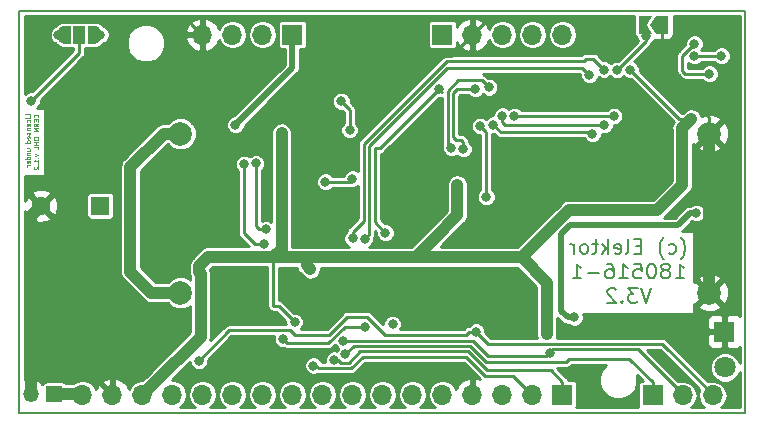
<source format=gbr>
G04 #@! TF.GenerationSoftware,KiCad,Pcbnew,(5.0.2)-1*
G04 #@! TF.CreationDate,2019-11-27T09:51:44+01:00*
G04 #@! TF.ProjectId,LoRa_Tracker,4c6f5261-5f54-4726-9163-6b65722e6b69,rev?*
G04 #@! TF.SameCoordinates,Original*
G04 #@! TF.FileFunction,Copper,L2,Bot*
G04 #@! TF.FilePolarity,Positive*
%FSLAX46Y46*%
G04 Gerber Fmt 4.6, Leading zero omitted, Abs format (unit mm)*
G04 Created by KiCad (PCBNEW (5.0.2)-1) date 27.11.2019 09:51:44*
%MOMM*%
%LPD*%
G01*
G04 APERTURE LIST*
G04 #@! TA.AperFunction,NonConductor*
%ADD10C,0.100000*%
G04 #@! TD*
G04 #@! TA.AperFunction,NonConductor*
%ADD11C,0.200000*%
G04 #@! TD*
G04 #@! TA.AperFunction,ComponentPad*
%ADD12R,1.700000X1.700000*%
G04 #@! TD*
G04 #@! TA.AperFunction,ComponentPad*
%ADD13O,1.700000X1.700000*%
G04 #@! TD*
G04 #@! TA.AperFunction,ComponentPad*
%ADD14C,2.000000*%
G04 #@! TD*
G04 #@! TA.AperFunction,ComponentPad*
%ADD15C,1.800000*%
G04 #@! TD*
G04 #@! TA.AperFunction,ComponentPad*
%ADD16R,1.600000X1.600000*%
G04 #@! TD*
G04 #@! TA.AperFunction,ComponentPad*
%ADD17C,1.600000*%
G04 #@! TD*
G04 #@! TA.AperFunction,ComponentPad*
%ADD18R,1.350000X1.350000*%
G04 #@! TD*
G04 #@! TA.AperFunction,ComponentPad*
%ADD19O,1.350000X1.350000*%
G04 #@! TD*
G04 #@! TA.AperFunction,SMDPad,CuDef*
%ADD20C,0.300000*%
G04 #@! TD*
G04 #@! TA.AperFunction,Conductor*
%ADD21C,0.100000*%
G04 #@! TD*
G04 #@! TA.AperFunction,SMDPad,CuDef*
%ADD22C,0.500000*%
G04 #@! TD*
G04 #@! TA.AperFunction,SMDPad,CuDef*
%ADD23R,1.000000X1.500000*%
G04 #@! TD*
G04 #@! TA.AperFunction,ViaPad*
%ADD24C,0.800000*%
G04 #@! TD*
G04 #@! TA.AperFunction,Conductor*
%ADD25C,1.000000*%
G04 #@! TD*
G04 #@! TA.AperFunction,Conductor*
%ADD26C,0.250000*%
G04 #@! TD*
G04 #@! TA.AperFunction,Conductor*
%ADD27C,0.500000*%
G04 #@! TD*
G04 #@! TA.AperFunction,Conductor*
%ADD28C,0.254000*%
G04 #@! TD*
G04 APERTURE END LIST*
D10*
X130958452Y-118942119D02*
X130958452Y-118751642D01*
X130558452Y-118751642D01*
X130958452Y-119075452D02*
X130691785Y-119075452D01*
X130558452Y-119075452D02*
X130577500Y-119056404D01*
X130596547Y-119075452D01*
X130577500Y-119094500D01*
X130558452Y-119075452D01*
X130596547Y-119075452D01*
X130939404Y-119437357D02*
X130958452Y-119399261D01*
X130958452Y-119323071D01*
X130939404Y-119284976D01*
X130920357Y-119265928D01*
X130882261Y-119246880D01*
X130767976Y-119246880D01*
X130729880Y-119265928D01*
X130710833Y-119284976D01*
X130691785Y-119323071D01*
X130691785Y-119399261D01*
X130710833Y-119437357D01*
X130939404Y-119761166D02*
X130958452Y-119723071D01*
X130958452Y-119646880D01*
X130939404Y-119608785D01*
X130901309Y-119589738D01*
X130748928Y-119589738D01*
X130710833Y-119608785D01*
X130691785Y-119646880D01*
X130691785Y-119723071D01*
X130710833Y-119761166D01*
X130748928Y-119780214D01*
X130787023Y-119780214D01*
X130825119Y-119589738D01*
X130691785Y-119951642D02*
X130958452Y-119951642D01*
X130729880Y-119951642D02*
X130710833Y-119970690D01*
X130691785Y-120008785D01*
X130691785Y-120065928D01*
X130710833Y-120104023D01*
X130748928Y-120123071D01*
X130958452Y-120123071D01*
X130939404Y-120294500D02*
X130958452Y-120332595D01*
X130958452Y-120408785D01*
X130939404Y-120446880D01*
X130901309Y-120465928D01*
X130882261Y-120465928D01*
X130844166Y-120446880D01*
X130825119Y-120408785D01*
X130825119Y-120351642D01*
X130806071Y-120313547D01*
X130767976Y-120294500D01*
X130748928Y-120294500D01*
X130710833Y-120313547D01*
X130691785Y-120351642D01*
X130691785Y-120408785D01*
X130710833Y-120446880D01*
X130939404Y-120789738D02*
X130958452Y-120751642D01*
X130958452Y-120675452D01*
X130939404Y-120637357D01*
X130901309Y-120618309D01*
X130748928Y-120618309D01*
X130710833Y-120637357D01*
X130691785Y-120675452D01*
X130691785Y-120751642D01*
X130710833Y-120789738D01*
X130748928Y-120808785D01*
X130787023Y-120808785D01*
X130825119Y-120618309D01*
X130958452Y-121151642D02*
X130558452Y-121151642D01*
X130939404Y-121151642D02*
X130958452Y-121113547D01*
X130958452Y-121037357D01*
X130939404Y-120999261D01*
X130920357Y-120980214D01*
X130882261Y-120961166D01*
X130767976Y-120961166D01*
X130729880Y-120980214D01*
X130710833Y-120999261D01*
X130691785Y-121037357D01*
X130691785Y-121113547D01*
X130710833Y-121151642D01*
X130691785Y-121818309D02*
X130958452Y-121818309D01*
X130691785Y-121646880D02*
X130901309Y-121646880D01*
X130939404Y-121665928D01*
X130958452Y-121704023D01*
X130958452Y-121761166D01*
X130939404Y-121799261D01*
X130920357Y-121818309D01*
X130691785Y-122008785D02*
X130958452Y-122008785D01*
X130729880Y-122008785D02*
X130710833Y-122027833D01*
X130691785Y-122065928D01*
X130691785Y-122123071D01*
X130710833Y-122161166D01*
X130748928Y-122180214D01*
X130958452Y-122180214D01*
X130958452Y-122542119D02*
X130558452Y-122542119D01*
X130939404Y-122542119D02*
X130958452Y-122504023D01*
X130958452Y-122427833D01*
X130939404Y-122389738D01*
X130920357Y-122370690D01*
X130882261Y-122351642D01*
X130767976Y-122351642D01*
X130729880Y-122370690D01*
X130710833Y-122389738D01*
X130691785Y-122427833D01*
X130691785Y-122504023D01*
X130710833Y-122542119D01*
X130939404Y-122884976D02*
X130958452Y-122846880D01*
X130958452Y-122770690D01*
X130939404Y-122732595D01*
X130901309Y-122713547D01*
X130748928Y-122713547D01*
X130710833Y-122732595D01*
X130691785Y-122770690D01*
X130691785Y-122846880D01*
X130710833Y-122884976D01*
X130748928Y-122904023D01*
X130787023Y-122904023D01*
X130825119Y-122713547D01*
X130958452Y-123075452D02*
X130691785Y-123075452D01*
X130767976Y-123075452D02*
X130729880Y-123094500D01*
X130710833Y-123113547D01*
X130691785Y-123151642D01*
X130691785Y-123189738D01*
X131620357Y-119018309D02*
X131639404Y-118999261D01*
X131658452Y-118942119D01*
X131658452Y-118904023D01*
X131639404Y-118846880D01*
X131601309Y-118808785D01*
X131563214Y-118789738D01*
X131487023Y-118770690D01*
X131429880Y-118770690D01*
X131353690Y-118789738D01*
X131315595Y-118808785D01*
X131277500Y-118846880D01*
X131258452Y-118904023D01*
X131258452Y-118942119D01*
X131277500Y-118999261D01*
X131296547Y-119018309D01*
X131448928Y-119189738D02*
X131448928Y-119323071D01*
X131658452Y-119380214D02*
X131658452Y-119189738D01*
X131258452Y-119189738D01*
X131258452Y-119380214D01*
X131658452Y-119780214D02*
X131467976Y-119646880D01*
X131658452Y-119551642D02*
X131258452Y-119551642D01*
X131258452Y-119704023D01*
X131277500Y-119742119D01*
X131296547Y-119761166D01*
X131334642Y-119780214D01*
X131391785Y-119780214D01*
X131429880Y-119761166D01*
X131448928Y-119742119D01*
X131467976Y-119704023D01*
X131467976Y-119551642D01*
X131658452Y-119951642D02*
X131258452Y-119951642D01*
X131658452Y-120180214D01*
X131258452Y-120180214D01*
X131258452Y-120751642D02*
X131258452Y-120827833D01*
X131277500Y-120865928D01*
X131315595Y-120904023D01*
X131391785Y-120923071D01*
X131525119Y-120923071D01*
X131601309Y-120904023D01*
X131639404Y-120865928D01*
X131658452Y-120827833D01*
X131658452Y-120751642D01*
X131639404Y-120713547D01*
X131601309Y-120675452D01*
X131525119Y-120656404D01*
X131391785Y-120656404D01*
X131315595Y-120675452D01*
X131277500Y-120713547D01*
X131258452Y-120751642D01*
X131658452Y-121094500D02*
X131258452Y-121094500D01*
X131448928Y-121094500D02*
X131448928Y-121323071D01*
X131658452Y-121323071D02*
X131258452Y-121323071D01*
X131658452Y-121704023D02*
X131658452Y-121513547D01*
X131258452Y-121513547D01*
X131391785Y-122104023D02*
X131658452Y-122199261D01*
X131391785Y-122294500D01*
X131620357Y-122446880D02*
X131639404Y-122465928D01*
X131658452Y-122446880D01*
X131639404Y-122427833D01*
X131620357Y-122446880D01*
X131658452Y-122446880D01*
X131658452Y-122846880D02*
X131658452Y-122618309D01*
X131658452Y-122732595D02*
X131258452Y-122732595D01*
X131315595Y-122694500D01*
X131353690Y-122656404D01*
X131372738Y-122618309D01*
X131620357Y-123018309D02*
X131639404Y-123037357D01*
X131658452Y-123018309D01*
X131639404Y-122999261D01*
X131620357Y-123018309D01*
X131658452Y-123018309D01*
X131296547Y-123189738D02*
X131277500Y-123208785D01*
X131258452Y-123246880D01*
X131258452Y-123342119D01*
X131277500Y-123380214D01*
X131296547Y-123399261D01*
X131334642Y-123418309D01*
X131372738Y-123418309D01*
X131429880Y-123399261D01*
X131658452Y-123170690D01*
X131658452Y-123418309D01*
D11*
X186044523Y-131046666D02*
X186104047Y-130987142D01*
X186223095Y-130808571D01*
X186282619Y-130689523D01*
X186342142Y-130510952D01*
X186401666Y-130213333D01*
X186401666Y-129975238D01*
X186342142Y-129677619D01*
X186282619Y-129499047D01*
X186223095Y-129380000D01*
X186104047Y-129201428D01*
X186044523Y-129141904D01*
X185032619Y-130510952D02*
X185151666Y-130570476D01*
X185389761Y-130570476D01*
X185508809Y-130510952D01*
X185568333Y-130451428D01*
X185627857Y-130332380D01*
X185627857Y-129975238D01*
X185568333Y-129856190D01*
X185508809Y-129796666D01*
X185389761Y-129737142D01*
X185151666Y-129737142D01*
X185032619Y-129796666D01*
X184615952Y-131046666D02*
X184556428Y-130987142D01*
X184437380Y-130808571D01*
X184377857Y-130689523D01*
X184318333Y-130510952D01*
X184258809Y-130213333D01*
X184258809Y-129975238D01*
X184318333Y-129677619D01*
X184377857Y-129499047D01*
X184437380Y-129380000D01*
X184556428Y-129201428D01*
X184615952Y-129141904D01*
X182711190Y-129915714D02*
X182294523Y-129915714D01*
X182115952Y-130570476D02*
X182711190Y-130570476D01*
X182711190Y-129320476D01*
X182115952Y-129320476D01*
X181401666Y-130570476D02*
X181520714Y-130510952D01*
X181580238Y-130391904D01*
X181580238Y-129320476D01*
X180449285Y-130510952D02*
X180568333Y-130570476D01*
X180806428Y-130570476D01*
X180925476Y-130510952D01*
X180985000Y-130391904D01*
X180985000Y-129915714D01*
X180925476Y-129796666D01*
X180806428Y-129737142D01*
X180568333Y-129737142D01*
X180449285Y-129796666D01*
X180389761Y-129915714D01*
X180389761Y-130034761D01*
X180985000Y-130153809D01*
X179854047Y-130570476D02*
X179854047Y-129320476D01*
X179735000Y-130094285D02*
X179377857Y-130570476D01*
X179377857Y-129737142D02*
X179854047Y-130213333D01*
X179020714Y-129737142D02*
X178544523Y-129737142D01*
X178842142Y-129320476D02*
X178842142Y-130391904D01*
X178782619Y-130510952D01*
X178663571Y-130570476D01*
X178544523Y-130570476D01*
X177949285Y-130570476D02*
X178068333Y-130510952D01*
X178127857Y-130451428D01*
X178187380Y-130332380D01*
X178187380Y-129975238D01*
X178127857Y-129856190D01*
X178068333Y-129796666D01*
X177949285Y-129737142D01*
X177770714Y-129737142D01*
X177651666Y-129796666D01*
X177592142Y-129856190D01*
X177532619Y-129975238D01*
X177532619Y-130332380D01*
X177592142Y-130451428D01*
X177651666Y-130510952D01*
X177770714Y-130570476D01*
X177949285Y-130570476D01*
X176996904Y-130570476D02*
X176996904Y-129737142D01*
X176996904Y-129975238D02*
X176937380Y-129856190D01*
X176877857Y-129796666D01*
X176758809Y-129737142D01*
X176639761Y-129737142D01*
X185598095Y-132645476D02*
X186312380Y-132645476D01*
X185955238Y-132645476D02*
X185955238Y-131395476D01*
X186074285Y-131574047D01*
X186193333Y-131693095D01*
X186312380Y-131752619D01*
X184883809Y-131931190D02*
X185002857Y-131871666D01*
X185062380Y-131812142D01*
X185121904Y-131693095D01*
X185121904Y-131633571D01*
X185062380Y-131514523D01*
X185002857Y-131455000D01*
X184883809Y-131395476D01*
X184645714Y-131395476D01*
X184526666Y-131455000D01*
X184467142Y-131514523D01*
X184407619Y-131633571D01*
X184407619Y-131693095D01*
X184467142Y-131812142D01*
X184526666Y-131871666D01*
X184645714Y-131931190D01*
X184883809Y-131931190D01*
X185002857Y-131990714D01*
X185062380Y-132050238D01*
X185121904Y-132169285D01*
X185121904Y-132407380D01*
X185062380Y-132526428D01*
X185002857Y-132585952D01*
X184883809Y-132645476D01*
X184645714Y-132645476D01*
X184526666Y-132585952D01*
X184467142Y-132526428D01*
X184407619Y-132407380D01*
X184407619Y-132169285D01*
X184467142Y-132050238D01*
X184526666Y-131990714D01*
X184645714Y-131931190D01*
X183633809Y-131395476D02*
X183514761Y-131395476D01*
X183395714Y-131455000D01*
X183336190Y-131514523D01*
X183276666Y-131633571D01*
X183217142Y-131871666D01*
X183217142Y-132169285D01*
X183276666Y-132407380D01*
X183336190Y-132526428D01*
X183395714Y-132585952D01*
X183514761Y-132645476D01*
X183633809Y-132645476D01*
X183752857Y-132585952D01*
X183812380Y-132526428D01*
X183871904Y-132407380D01*
X183931428Y-132169285D01*
X183931428Y-131871666D01*
X183871904Y-131633571D01*
X183812380Y-131514523D01*
X183752857Y-131455000D01*
X183633809Y-131395476D01*
X182086190Y-131395476D02*
X182681428Y-131395476D01*
X182740952Y-131990714D01*
X182681428Y-131931190D01*
X182562380Y-131871666D01*
X182264761Y-131871666D01*
X182145714Y-131931190D01*
X182086190Y-131990714D01*
X182026666Y-132109761D01*
X182026666Y-132407380D01*
X182086190Y-132526428D01*
X182145714Y-132585952D01*
X182264761Y-132645476D01*
X182562380Y-132645476D01*
X182681428Y-132585952D01*
X182740952Y-132526428D01*
X180836190Y-132645476D02*
X181550476Y-132645476D01*
X181193333Y-132645476D02*
X181193333Y-131395476D01*
X181312380Y-131574047D01*
X181431428Y-131693095D01*
X181550476Y-131752619D01*
X179764761Y-131395476D02*
X180002857Y-131395476D01*
X180121904Y-131455000D01*
X180181428Y-131514523D01*
X180300476Y-131693095D01*
X180360000Y-131931190D01*
X180360000Y-132407380D01*
X180300476Y-132526428D01*
X180240952Y-132585952D01*
X180121904Y-132645476D01*
X179883809Y-132645476D01*
X179764761Y-132585952D01*
X179705238Y-132526428D01*
X179645714Y-132407380D01*
X179645714Y-132109761D01*
X179705238Y-131990714D01*
X179764761Y-131931190D01*
X179883809Y-131871666D01*
X180121904Y-131871666D01*
X180240952Y-131931190D01*
X180300476Y-131990714D01*
X180360000Y-132109761D01*
X179110000Y-132169285D02*
X178157619Y-132169285D01*
X176907619Y-132645476D02*
X177621904Y-132645476D01*
X177264761Y-132645476D02*
X177264761Y-131395476D01*
X177383809Y-131574047D01*
X177502857Y-131693095D01*
X177621904Y-131752619D01*
X183514761Y-133470476D02*
X183098095Y-134720476D01*
X182681428Y-133470476D01*
X182383809Y-133470476D02*
X181610000Y-133470476D01*
X182026666Y-133946666D01*
X181848095Y-133946666D01*
X181729047Y-134006190D01*
X181669523Y-134065714D01*
X181610000Y-134184761D01*
X181610000Y-134482380D01*
X181669523Y-134601428D01*
X181729047Y-134660952D01*
X181848095Y-134720476D01*
X182205238Y-134720476D01*
X182324285Y-134660952D01*
X182383809Y-134601428D01*
X181074285Y-134601428D02*
X181014761Y-134660952D01*
X181074285Y-134720476D01*
X181133809Y-134660952D01*
X181074285Y-134601428D01*
X181074285Y-134720476D01*
X180538571Y-133589523D02*
X180479047Y-133530000D01*
X180360000Y-133470476D01*
X180062380Y-133470476D01*
X179943333Y-133530000D01*
X179883809Y-133589523D01*
X179824285Y-133708571D01*
X179824285Y-133827619D01*
X179883809Y-134006190D01*
X180598095Y-134720476D01*
X179824285Y-134720476D01*
X191516000Y-109982000D02*
X191516000Y-144018000D01*
X130048000Y-144018000D02*
X191516000Y-144018000D01*
X130048000Y-109982000D02*
X130048000Y-144018000D01*
X130048000Y-109982000D02*
X191516000Y-109982000D01*
D12*
G04 #@! TO.P,K4,1*
G04 #@! TO.N,Net-(C13-Pad2)*
X165862000Y-112014000D03*
D13*
G04 #@! TO.P,K4,2*
G04 #@! TO.N,GND*
X168402000Y-112014000D03*
G04 #@! TO.P,K4,3*
G04 #@! TO.N,GPS_RXD*
X170942000Y-112014000D03*
G04 #@! TO.P,K4,4*
G04 #@! TO.N,GPS_TXD*
X173482000Y-112014000D03*
G04 #@! TO.P,K4,5*
G04 #@! TO.N,N/C*
X176022000Y-112014000D03*
G04 #@! TD*
D14*
G04 #@! TO.P,BT2,1*
G04 #@! TO.N,VBAT*
X143668000Y-120396000D03*
G04 #@! TO.P,BT2,2*
G04 #@! TO.N,GND*
X188468000Y-120396000D03*
G04 #@! TD*
G04 #@! TO.P,BT1,2*
G04 #@! TO.N,GND*
X188468000Y-133858000D03*
G04 #@! TO.P,BT1,1*
G04 #@! TO.N,VBAT*
X143668000Y-133858000D03*
G04 #@! TD*
D15*
G04 #@! TO.P,ANT1,1*
G04 #@! TO.N,Net-(ANT1-Pad1)*
X189814200Y-140182600D03*
G04 #@! TD*
D12*
G04 #@! TO.P,K3,1*
G04 #@! TO.N,VUSB*
X153162000Y-112014000D03*
D13*
G04 #@! TO.P,K3,2*
G04 #@! TO.N,USBDM*
X150622000Y-112014000D03*
G04 #@! TO.P,K3,3*
G04 #@! TO.N,USBDP*
X148082000Y-112014000D03*
G04 #@! TO.P,K3,4*
G04 #@! TO.N,GND*
X145542000Y-112014000D03*
G04 #@! TD*
D16*
G04 #@! TO.P,C4,1*
G04 #@! TO.N,VSupply*
X136906000Y-126492000D03*
D17*
G04 #@! TO.P,C4,2*
G04 #@! TO.N,GND*
X131906000Y-126492000D03*
G04 #@! TD*
D12*
G04 #@! TO.P,K1,1*
G04 #@! TO.N,GND*
X189738000Y-137160000D03*
G04 #@! TD*
D18*
G04 #@! TO.P,K2,1*
G04 #@! TO.N,VBAT*
X133013200Y-142417800D03*
D19*
G04 #@! TO.P,K2,2*
G04 #@! TO.N,GND*
X131013200Y-142417800D03*
G04 #@! TD*
D12*
G04 #@! TO.P,K5,1*
G04 #@! TO.N,SWCLK*
X176022000Y-142494000D03*
D13*
G04 #@! TO.P,K5,2*
G04 #@! TO.N,SWDIO*
X173482000Y-142494000D03*
G04 #@! TO.P,K5,3*
G04 #@! TO.N,3V3*
X170942000Y-142494000D03*
G04 #@! TO.P,K5,4*
G04 #@! TO.N,GND*
X168402000Y-142494000D03*
G04 #@! TO.P,K5,5*
G04 #@! TO.N,CAN_TX*
X165862000Y-142494000D03*
G04 #@! TO.P,K5,6*
G04 #@! TO.N,CAN_RX*
X163322000Y-142494000D03*
G04 #@! TO.P,K5,7*
G04 #@! TO.N,I2C_SDA*
X160782000Y-142494000D03*
G04 #@! TO.P,K5,8*
G04 #@! TO.N,I2C_SCL*
X158242000Y-142494000D03*
G04 #@! TO.P,K5,9*
G04 #@! TO.N,UNUSED_05*
X155702000Y-142494000D03*
G04 #@! TO.P,K5,10*
G04 #@! TO.N,UNUSED_04*
X153162000Y-142494000D03*
G04 #@! TO.P,K5,11*
G04 #@! TO.N,UNUSED_03*
X150622000Y-142494000D03*
G04 #@! TO.P,K5,12*
G04 #@! TO.N,UNUSED_02*
X148082000Y-142494000D03*
G04 #@! TO.P,K5,13*
G04 #@! TO.N,UNUSED_01*
X145542000Y-142494000D03*
G04 #@! TO.P,K5,14*
G04 #@! TO.N,UNUSED_00*
X143002000Y-142494000D03*
G04 #@! TO.P,K5,15*
G04 #@! TO.N,3V3*
X140462000Y-142494000D03*
G04 #@! TO.P,K5,16*
G04 #@! TO.N,GND*
X137922000Y-142494000D03*
G04 #@! TO.P,K5,17*
G04 #@! TO.N,VBAT*
X135382000Y-142494000D03*
G04 #@! TD*
D12*
G04 #@! TO.P,K6,1*
G04 #@! TO.N,JTDI*
X183667400Y-142544800D03*
D13*
G04 #@! TO.P,K6,2*
G04 #@! TO.N,JTDO*
X186207400Y-142544800D03*
G04 #@! TO.P,K6,3*
G04 #@! TO.N,~RST*
X188747400Y-142544800D03*
G04 #@! TD*
D20*
G04 #@! TO.P,JP1,2*
G04 #@! TO.N,Net-(IC5-Pad1)*
X182993200Y-111201200D03*
D21*
G04 #@! TD*
G04 #@! TO.N,Net-(IC5-Pad1)*
G04 #@! TO.C,JP1*
G36*
X182493200Y-110451200D02*
X183643200Y-110451200D01*
X183143200Y-111201200D01*
X183643200Y-111951200D01*
X182493200Y-111951200D01*
X182493200Y-110451200D01*
X182493200Y-110451200D01*
G37*
D20*
G04 #@! TO.P,JP1,1*
G04 #@! TO.N,GND*
X184443200Y-111201200D03*
D21*
G04 #@! TD*
G04 #@! TO.N,GND*
G04 #@! TO.C,JP1*
G36*
X183443200Y-111201200D02*
X183943200Y-110451200D01*
X184943200Y-110451200D01*
X184943200Y-111951200D01*
X183943200Y-111951200D01*
X183443200Y-111201200D01*
X183443200Y-111201200D01*
G37*
D22*
G04 #@! TO.P,JP2,1*
G04 #@! TO.N,Net-(IC1-Pad2)*
X136428000Y-112014000D03*
D21*
G04 #@! TD*
G04 #@! TO.N,Net-(IC1-Pad2)*
G04 #@! TO.C,JP2*
G36*
X135878000Y-111264000D02*
X136428000Y-111264000D01*
X136428000Y-111264602D01*
X136452534Y-111264602D01*
X136501365Y-111269412D01*
X136549490Y-111278984D01*
X136596445Y-111293228D01*
X136641778Y-111312005D01*
X136685051Y-111335136D01*
X136725850Y-111362396D01*
X136763779Y-111393524D01*
X136798476Y-111428221D01*
X136829604Y-111466150D01*
X136856864Y-111506949D01*
X136879995Y-111550222D01*
X136898772Y-111595555D01*
X136913016Y-111642510D01*
X136922588Y-111690635D01*
X136927398Y-111739466D01*
X136927398Y-111764000D01*
X136928000Y-111764000D01*
X136928000Y-112264000D01*
X136927398Y-112264000D01*
X136927398Y-112288534D01*
X136922588Y-112337365D01*
X136913016Y-112385490D01*
X136898772Y-112432445D01*
X136879995Y-112477778D01*
X136856864Y-112521051D01*
X136829604Y-112561850D01*
X136798476Y-112599779D01*
X136763779Y-112634476D01*
X136725850Y-112665604D01*
X136685051Y-112692864D01*
X136641778Y-112715995D01*
X136596445Y-112734772D01*
X136549490Y-112749016D01*
X136501365Y-112758588D01*
X136452534Y-112763398D01*
X136428000Y-112763398D01*
X136428000Y-112764000D01*
X135878000Y-112764000D01*
X135878000Y-111264000D01*
X135878000Y-111264000D01*
G37*
D22*
G04 #@! TO.P,JP2,3*
G04 #@! TO.N,Net-(C3-Pad1)*
X133828000Y-112014000D03*
D21*
G04 #@! TD*
G04 #@! TO.N,Net-(C3-Pad1)*
G04 #@! TO.C,JP2*
G36*
X133828000Y-112763398D02*
X133803466Y-112763398D01*
X133754635Y-112758588D01*
X133706510Y-112749016D01*
X133659555Y-112734772D01*
X133614222Y-112715995D01*
X133570949Y-112692864D01*
X133530150Y-112665604D01*
X133492221Y-112634476D01*
X133457524Y-112599779D01*
X133426396Y-112561850D01*
X133399136Y-112521051D01*
X133376005Y-112477778D01*
X133357228Y-112432445D01*
X133342984Y-112385490D01*
X133333412Y-112337365D01*
X133328602Y-112288534D01*
X133328602Y-112264000D01*
X133328000Y-112264000D01*
X133328000Y-111764000D01*
X133328602Y-111764000D01*
X133328602Y-111739466D01*
X133333412Y-111690635D01*
X133342984Y-111642510D01*
X133357228Y-111595555D01*
X133376005Y-111550222D01*
X133399136Y-111506949D01*
X133426396Y-111466150D01*
X133457524Y-111428221D01*
X133492221Y-111393524D01*
X133530150Y-111362396D01*
X133570949Y-111335136D01*
X133614222Y-111312005D01*
X133659555Y-111293228D01*
X133706510Y-111278984D01*
X133754635Y-111269412D01*
X133803466Y-111264602D01*
X133828000Y-111264602D01*
X133828000Y-111264000D01*
X134378000Y-111264000D01*
X134378000Y-112764000D01*
X133828000Y-112764000D01*
X133828000Y-112763398D01*
X133828000Y-112763398D01*
G37*
D23*
G04 #@! TO.P,JP2,2*
G04 #@! TO.N,Net-(IC7-Pad3)*
X135128000Y-112014000D03*
G04 #@! TD*
D24*
G04 #@! TO.N,*
X161645600Y-136499600D03*
G04 #@! TO.N,3V3*
X174703030Y-137386770D03*
X183451500Y-126873000D03*
X154686000Y-131851400D03*
X152247600Y-120345200D03*
X167132000Y-124714000D03*
X153352500Y-136334500D03*
X187198000Y-112776000D03*
X188468000Y-115316000D03*
X186944000Y-119126000D03*
X181787800Y-114985800D03*
X145288000Y-131572000D03*
X162814000Y-130860800D03*
X165150800Y-129286000D03*
G04 #@! TO.N,GND*
X155194000Y-110744000D03*
X168249600Y-134137400D03*
X165608000Y-135178800D03*
X154178000Y-118364000D03*
X157226000Y-114808000D03*
X172212000Y-121666000D03*
X175006000Y-121666000D03*
X154552628Y-133483372D03*
X169038000Y-135794000D03*
X177800000Y-124460000D03*
X177800000Y-122682000D03*
X179324000Y-122682000D03*
X181102000Y-122682000D03*
X181102000Y-124460000D03*
X179324000Y-124460000D03*
X158242000Y-125806200D03*
X166624000Y-140716000D03*
X165608000Y-136652000D03*
X164338000Y-136652000D03*
X168402000Y-132588000D03*
X147066000Y-136652000D03*
X147066000Y-133096000D03*
X190500000Y-115062000D03*
X190500000Y-112776000D03*
X183261000Y-137414000D03*
X177736500Y-136906000D03*
X180594000Y-137414000D03*
X184962800Y-115476587D03*
X184443200Y-111201200D03*
X178054000Y-140970000D03*
X178054000Y-142494000D03*
X133096000Y-113792000D03*
X142240000Y-129032000D03*
X136144000Y-135445500D03*
X163068000Y-122428000D03*
X184150000Y-119888000D03*
X137160000Y-114808000D03*
X141968000Y-122791000D03*
X166624000Y-133350000D03*
X156908500Y-125857000D03*
X172275500Y-117030500D03*
X156908500Y-141160500D03*
X156887500Y-127190500D03*
X158242000Y-127190500D03*
X185039000Y-139954000D03*
X179387500Y-136969500D03*
X173324000Y-135794000D03*
G04 #@! TO.N,SWDIO*
X154940000Y-140023315D03*
G04 #@! TO.N,~RST*
X168706800Y-137160000D03*
X145237200Y-139623800D03*
G04 #@! TO.N,GPS_RXD*
X168656000Y-116586000D03*
X167635347Y-121670653D03*
G04 #@! TO.N,GPS_TXD*
X166624000Y-121629000D03*
X169801109Y-116466196D03*
G04 #@! TO.N,RFM95_MOSI*
X169043063Y-119754937D03*
X169577010Y-125730000D03*
G04 #@! TO.N,RFM95_DIO0*
X171958000Y-118909000D03*
X180410051Y-118909000D03*
G04 #@! TO.N,RFM95_DIO1*
X170942000Y-118872000D03*
X179578000Y-119634000D03*
G04 #@! TO.N,RFM95_DIO2*
X170180000Y-119634000D03*
X178562000Y-120396000D03*
G04 #@! TO.N,USBDM*
X150922147Y-128493947D03*
X150063200Y-122910600D03*
G04 #@! TO.N,USBDP*
X150723600Y-129717800D03*
X149063583Y-122938367D03*
G04 #@! TO.N,I2C_SDA*
X159267074Y-129286232D03*
X178308000Y-115443000D03*
G04 #@! TO.N,I2C_SCL*
X179552600Y-114960400D03*
X158267400Y-129260600D03*
G04 #@! TO.N,GPS_ACTIVE_ON*
X165608000Y-116586000D03*
X161036000Y-128778000D03*
G04 #@! TO.N,SPI_NOR_NCS*
X187198000Y-113829000D03*
X189484000Y-113792000D03*
G04 #@! TO.N,Net-(IC4-Pad44)*
X159283400Y-136753600D03*
X152363000Y-137769600D03*
G04 #@! TO.N,SWCLK*
X156718000Y-139517287D03*
G04 #@! TO.N,Net-(IC4-Pad20)*
X158009122Y-120061522D03*
X157302200Y-117652800D03*
G04 #@! TO.N,VUSB*
X148336000Y-119634000D03*
G04 #@! TO.N,JTDI*
X157652421Y-139067276D03*
X187368000Y-127127000D03*
X177038000Y-135953500D03*
G04 #@! TO.N,JTDO*
X157480000Y-137922000D03*
X175008245Y-138936780D03*
G04 #@! TO.N,Net-(C3-Pad1)*
X133350000Y-112014000D03*
G04 #@! TO.N,Net-(IC5-Pad1)*
X183083200Y-112127200D03*
X180644800Y-115011200D03*
G04 #@! TO.N,Net-(IC1-Pad2)*
X136906000Y-112014000D03*
G04 #@! TO.N,Net-(IC4-Pad11)*
X155956000Y-124460000D03*
X158245652Y-124202348D03*
G04 #@! TO.N,Net-(IC7-Pad3)*
X131064000Y-117602000D03*
G04 #@! TD*
D25*
G04 #@! TO.N,3V3*
X172567600Y-130860800D02*
X174703030Y-132996230D01*
X174703030Y-132996230D02*
X174703030Y-137386770D01*
X163855400Y-130860800D02*
X163855400Y-130810000D01*
X163855400Y-130860800D02*
X163855400Y-130581400D01*
X154381200Y-131546600D02*
X154686000Y-131851400D01*
X154381200Y-130860800D02*
X154381200Y-131546600D01*
X152247600Y-130149600D02*
X151536400Y-130860800D01*
X151536400Y-130860800D02*
X154381200Y-130860800D01*
X164744400Y-129692400D02*
X165150800Y-129286000D01*
X167132000Y-127304800D02*
X167132000Y-124714000D01*
X152247600Y-120345200D02*
X152247600Y-130149600D01*
D26*
X187198000Y-112776000D02*
X186182000Y-113792000D01*
X186182000Y-113792000D02*
X186182000Y-115062000D01*
X186182000Y-115062000D02*
X186436000Y-115316000D01*
X186436000Y-115316000D02*
X188468000Y-115316000D01*
D25*
X186156600Y-119913400D02*
X186944000Y-119126000D01*
D26*
X151536400Y-130860800D02*
X151536400Y-134968715D01*
X185928000Y-119126000D02*
X186944000Y-119126000D01*
X181787800Y-114985800D02*
X185928000Y-119126000D01*
D25*
X141311999Y-141644001D02*
X140462000Y-142494000D01*
X145389600Y-137566400D02*
X141311999Y-141644001D01*
X145389600Y-132239285D02*
X145389600Y-137566400D01*
X145288000Y-132137685D02*
X145389600Y-132239285D01*
X145288000Y-131572000D02*
X145288000Y-132137685D01*
X151493401Y-130817801D02*
X151536400Y-130860800D01*
X146042199Y-130817801D02*
X151493401Y-130817801D01*
X145288000Y-131572000D02*
X146042199Y-130817801D01*
X163855400Y-130581400D02*
X164744400Y-129692400D01*
X163855400Y-130860800D02*
X168148000Y-130860800D01*
X168148000Y-130860800D02*
X172567600Y-130860800D01*
X163855400Y-130810000D02*
X163855400Y-130733800D01*
X162814000Y-130860800D02*
X162814000Y-130860800D01*
X162814000Y-130860800D02*
X163855400Y-130860800D01*
X154381200Y-130860800D02*
X162814000Y-130860800D01*
X162814000Y-130860800D02*
X163118800Y-130860800D01*
X165150800Y-129286000D02*
X167132000Y-127304800D01*
X176555400Y-126873000D02*
X172567600Y-130860800D01*
X182600600Y-126873000D02*
X176555400Y-126873000D01*
X183451500Y-126873000D02*
X182600600Y-126873000D01*
X186156600Y-124733585D02*
X186156600Y-123444000D01*
X184017185Y-126873000D02*
X186156600Y-124733585D01*
X183451500Y-126873000D02*
X184017185Y-126873000D01*
X186156600Y-123444000D02*
X186156600Y-119913400D01*
D26*
X151986715Y-134968715D02*
X153352500Y-136334500D01*
X151536400Y-134968715D02*
X151986715Y-134968715D01*
D25*
G04 #@! TO.N,GND*
X188468000Y-132443787D02*
X188468000Y-120396000D01*
X188468000Y-133858000D02*
X188468000Y-132443787D01*
D26*
X188468000Y-120396000D02*
X188468000Y-118981787D01*
X169926000Y-110490000D02*
X168402000Y-112014000D01*
X154178000Y-118364000D02*
X154178000Y-115824000D01*
X154178000Y-115824000D02*
X155194000Y-114808000D01*
X155194000Y-114808000D02*
X157226000Y-114808000D01*
D25*
X172212000Y-121666000D02*
X175006000Y-121666000D01*
X166727372Y-133483372D02*
X154552628Y-133483372D01*
X169038000Y-135794000D02*
X166727372Y-133483372D01*
X166649400Y-134137400D02*
X165608000Y-135178800D01*
X167132000Y-134137400D02*
X166649400Y-134137400D01*
D27*
X168249600Y-134137400D02*
X167132000Y-134137400D01*
X141968000Y-122791000D02*
X141968000Y-128016000D01*
X136621999Y-141193999D02*
X137922000Y-142494000D01*
X131541999Y-141193999D02*
X136621999Y-141193999D01*
D26*
X131013200Y-141722798D02*
X131541999Y-141193999D01*
X131013200Y-142417800D02*
X131013200Y-141722798D01*
X188468000Y-118981787D02*
X184962800Y-115476587D01*
X184962800Y-115476587D02*
X184658000Y-115171787D01*
X184962800Y-115476587D02*
X184962800Y-114910902D01*
X184962800Y-114910902D02*
X184443200Y-114391302D01*
X184443200Y-112293400D02*
X184443200Y-111201200D01*
X184443200Y-114391302D02*
X184443200Y-112293400D01*
X168402000Y-112014000D02*
X166624000Y-113792000D01*
X156210000Y-113792000D02*
X155194000Y-114808000D01*
X157810200Y-113792000D02*
X156210000Y-113792000D01*
X157810200Y-113792000D02*
X157683200Y-113792000D01*
X166624000Y-113792000D02*
X157810200Y-113792000D01*
X144692001Y-111164001D02*
X145542000Y-112014000D01*
X144466990Y-110938990D02*
X144692001Y-111164001D01*
X133352008Y-110938990D02*
X144466990Y-110938990D01*
X132624999Y-111665999D02*
X133352008Y-110938990D01*
X132624999Y-113320999D02*
X132624999Y-111665999D01*
X133096000Y-113792000D02*
X132624999Y-113320999D01*
D27*
X141968000Y-128016000D02*
X141968000Y-128760000D01*
X141968000Y-128760000D02*
X142240000Y-129032000D01*
D25*
X131013200Y-127384800D02*
X131906000Y-126492000D01*
X131013200Y-142417800D02*
X131013200Y-127384800D01*
D26*
G04 #@! TO.N,SWDIO*
X159109382Y-139272030D02*
X158139125Y-140242287D01*
X154940000Y-140023315D02*
X155053199Y-140136514D01*
X154819885Y-139903200D02*
X154940000Y-140023315D01*
X169489970Y-140893800D02*
X167868200Y-139272030D01*
X167868200Y-139272030D02*
X159109382Y-139272030D01*
X171881800Y-140893800D02*
X173482000Y-142494000D01*
X169489970Y-140893800D02*
X171881800Y-140893800D01*
X155165528Y-140023315D02*
X155384500Y-140242287D01*
X154940000Y-140023315D02*
X155165528Y-140023315D01*
X158139125Y-140242287D02*
X155384500Y-140242287D01*
G04 #@! TO.N,~RST*
X184490580Y-138211780D02*
X188747400Y-142468600D01*
X168706800Y-137160000D02*
X169758580Y-138211780D01*
X169758580Y-138211780D02*
X184490580Y-138211780D01*
X168141115Y-137160000D02*
X168706800Y-137160000D01*
X167861715Y-137439400D02*
X168141115Y-137160000D01*
X159492802Y-135890000D02*
X161042202Y-137439400D01*
X157802588Y-135890000D02*
X159492802Y-135890000D01*
X145237200Y-139598400D02*
X147791001Y-137044599D01*
X147791001Y-137044599D02*
X152989597Y-137044599D01*
X161042202Y-137439400D02*
X167861715Y-137439400D01*
X152989597Y-137044599D02*
X153358998Y-137414000D01*
X153358998Y-137414000D02*
X156278588Y-137414000D01*
X145237200Y-139623800D02*
X145237200Y-139598400D01*
X156278588Y-137414000D02*
X157802588Y-135890000D01*
G04 #@! TO.N,GPS_RXD*
X168598010Y-116643990D02*
X168656000Y-116586000D01*
X167103425Y-116643990D02*
X168598010Y-116643990D01*
X167640000Y-121100315D02*
X167443685Y-120904000D01*
X167443685Y-120904000D02*
X167024602Y-120904000D01*
X167024602Y-120904000D02*
X166770602Y-120650000D01*
X167640000Y-121666000D02*
X167640000Y-121100315D01*
X166770602Y-120650000D02*
X166770602Y-116976813D01*
X166770602Y-116976813D02*
X167103425Y-116643990D01*
G04 #@! TO.N,GPS_TXD*
X166320592Y-121325592D02*
X166624000Y-121629000D01*
X166320592Y-116745133D02*
X166320592Y-121325592D01*
X167204726Y-115860999D02*
X166320592Y-116745133D01*
X169801109Y-116466196D02*
X169195912Y-115860999D01*
X169195912Y-115860999D02*
X167204726Y-115860999D01*
G04 #@! TO.N,RFM95_MOSI*
X169577010Y-120288884D02*
X169043063Y-119754937D01*
X169577010Y-125730000D02*
X169577010Y-120288884D01*
G04 #@! TO.N,RFM95_DIO0*
X171958000Y-118909000D02*
X180410051Y-118909000D01*
G04 #@! TO.N,RFM95_DIO1*
X170942000Y-119437685D02*
X171138315Y-119634000D01*
X170942000Y-118872000D02*
X170942000Y-119437685D01*
X171138315Y-119634000D02*
X179578000Y-119634000D01*
G04 #@! TO.N,RFM95_DIO2*
X170180000Y-119634000D02*
X170819653Y-120273653D01*
X170819653Y-120273653D02*
X178439653Y-120273653D01*
X178439653Y-120273653D02*
X178562000Y-120396000D01*
G04 #@! TO.N,USBDM*
X150356462Y-128493947D02*
X150063200Y-128200685D01*
X150922147Y-128493947D02*
X150356462Y-128493947D01*
X150063200Y-128200685D02*
X150063200Y-123393200D01*
X150063200Y-123393200D02*
X150063200Y-122910600D01*
G04 #@! TO.N,USBDP*
X149961600Y-129717800D02*
X150723600Y-129717800D01*
X149063583Y-122938367D02*
X149063583Y-128819783D01*
X149063583Y-128819783D02*
X149961600Y-129717800D01*
G04 #@! TO.N,I2C_SDA*
X159667073Y-121453925D02*
X166262198Y-114858800D01*
X159667073Y-128886233D02*
X159667073Y-121453925D01*
X159267074Y-129286232D02*
X159667073Y-128886233D01*
X177723800Y-114858800D02*
X178308000Y-115443000D01*
X177571400Y-114858800D02*
X177723800Y-114858800D01*
X177571400Y-114858800D02*
X177716915Y-114858800D01*
X166262198Y-114858800D02*
X177571400Y-114858800D01*
G04 #@! TO.N,I2C_SCL*
X178638200Y-114046000D02*
X179552600Y-114960400D01*
X178022398Y-114046000D02*
X178638200Y-114046000D01*
X158267400Y-128694915D02*
X159207200Y-127755115D01*
X159207200Y-127755115D02*
X159207200Y-121277388D01*
X159207200Y-121277388D02*
X166242578Y-114242010D01*
X158267400Y-129260600D02*
X158267400Y-128694915D01*
X166242578Y-114242010D02*
X177826388Y-114242010D01*
X177826388Y-114242010D02*
X178022398Y-114046000D01*
G04 #@! TO.N,GPS_ACTIVE_ON*
X165862000Y-116840000D02*
X165608000Y-116586000D01*
X161036000Y-128778000D02*
X160117083Y-127859083D01*
X160117083Y-127859083D02*
X160117083Y-121640325D01*
X160553675Y-121640325D02*
X165608000Y-116586000D01*
X160117083Y-121640325D02*
X160553675Y-121640325D01*
G04 #@! TO.N,SPI_NOR_NCS*
X187198000Y-113829000D02*
X189447000Y-113829000D01*
X189447000Y-113829000D02*
X189484000Y-113792000D01*
G04 #@! TO.N,Net-(IC4-Pad44)*
X157575398Y-136753600D02*
X156184600Y-138144398D01*
X159283400Y-136753600D02*
X157575398Y-136753600D01*
X156184600Y-138144398D02*
X152737798Y-138144398D01*
X152737798Y-138144398D02*
X152363000Y-137769600D01*
G04 #@! TO.N,SWCLK*
X157952725Y-139792277D02*
X158922982Y-138822020D01*
X158922982Y-138822020D02*
X168054600Y-138822020D01*
X168054600Y-138822020D02*
X169624529Y-140391949D01*
X157304420Y-139792277D02*
X157952725Y-139792277D01*
X157029430Y-139517287D02*
X157304420Y-139792277D01*
X156718000Y-139517287D02*
X157029430Y-139517287D01*
X175019949Y-140391949D02*
X173050200Y-140391949D01*
X176022000Y-141394000D02*
X175019949Y-140391949D01*
X176022000Y-142494000D02*
X176022000Y-141394000D01*
X169624529Y-140391949D02*
X173050200Y-140391949D01*
D25*
G04 #@! TO.N,VBAT*
X143668000Y-133858000D02*
X141224000Y-133858000D01*
X141224000Y-133858000D02*
X139446000Y-132080000D01*
X142253787Y-120396000D02*
X143668000Y-120396000D01*
X139446000Y-123203787D02*
X142253787Y-120396000D01*
X139446000Y-132080000D02*
X139446000Y-123203787D01*
X135305800Y-142417800D02*
X135382000Y-142494000D01*
X133013200Y-142417800D02*
X135305800Y-142417800D01*
D26*
G04 #@! TO.N,Net-(IC4-Pad20)*
X158009122Y-120061522D02*
X158009122Y-118359722D01*
X158009122Y-118359722D02*
X157302200Y-117652800D01*
G04 #@! TO.N,VUSB*
X153162000Y-113114000D02*
X153162000Y-112014000D01*
D27*
X153162000Y-112014000D02*
X153162000Y-113364000D01*
X153162000Y-113364000D02*
X153162000Y-114808000D01*
X153162000Y-114808000D02*
X148336000Y-119634000D01*
D26*
G04 #@! TO.N,JTDI*
X168241000Y-138372010D02*
X169568990Y-139700000D01*
X158347687Y-138372010D02*
X168241000Y-138372010D01*
X157652421Y-139067276D02*
X158347687Y-138372010D01*
X169568990Y-139700000D02*
X176352200Y-139700000D01*
X183667400Y-141444800D02*
X183667400Y-142544800D01*
X181668600Y-139446000D02*
X183667400Y-141444800D01*
X176606200Y-139446000D02*
X181668600Y-139446000D01*
X176352200Y-139700000D02*
X176606200Y-139446000D01*
D27*
X186802315Y-127127000D02*
X187368000Y-127127000D01*
X175895000Y-128876916D02*
X176628916Y-128143000D01*
X176628916Y-128143000D02*
X185786315Y-128143000D01*
X185786315Y-128143000D02*
X186802315Y-127127000D01*
X175895000Y-135376185D02*
X175895000Y-134239000D01*
X176472315Y-135953500D02*
X175895000Y-135376185D01*
X177038000Y-135953500D02*
X176472315Y-135953500D01*
X175895000Y-134239000D02*
X175895000Y-128876916D01*
D26*
G04 #@! TO.N,JTDO*
X182400590Y-138661790D02*
X186207400Y-142468600D01*
X175206010Y-138661790D02*
X182400590Y-138661790D01*
X174675800Y-139192000D02*
X175206010Y-138661790D01*
X169697400Y-139192000D02*
X174675800Y-139192000D01*
X157480000Y-137922000D02*
X168427400Y-137922000D01*
X168427400Y-137922000D02*
X169697400Y-139192000D01*
G04 #@! TO.N,Net-(C3-Pad1)*
X133350000Y-112014000D02*
X133828000Y-112014000D01*
G04 #@! TO.N,Net-(IC5-Pad1)*
X183083200Y-111291200D02*
X182993200Y-111201200D01*
X183083200Y-112127200D02*
X183083200Y-111291200D01*
X183083200Y-112318800D02*
X183083200Y-112127200D01*
X183083200Y-112572800D02*
X183083200Y-112127200D01*
X180644800Y-115011200D02*
X183083200Y-112572800D01*
G04 #@! TO.N,Net-(IC4-Pad11)*
X155956000Y-124460000D02*
X157988000Y-124460000D01*
X157988000Y-124460000D02*
X158245652Y-124202348D01*
G04 #@! TO.N,Net-(IC7-Pad3)*
X135128000Y-113538000D02*
X135128000Y-112014000D01*
X131064000Y-117602000D02*
X135128000Y-113538000D01*
G04 #@! TD*
D28*
G04 #@! TO.N,GND*
G36*
X151582000Y-137614249D02*
X151582000Y-137924951D01*
X151700900Y-138212001D01*
X151920599Y-138431700D01*
X152207649Y-138550600D01*
X152434946Y-138550600D01*
X152540367Y-138621039D01*
X152687963Y-138650398D01*
X152737797Y-138660311D01*
X152787631Y-138650398D01*
X156134766Y-138650398D01*
X156184600Y-138660311D01*
X156234434Y-138650398D01*
X156234435Y-138650398D01*
X156382031Y-138621039D01*
X156549406Y-138509204D01*
X156577639Y-138466951D01*
X156777565Y-138267024D01*
X156817900Y-138364401D01*
X157034348Y-138580849D01*
X156990321Y-138624875D01*
X156933801Y-138761326D01*
X156873351Y-138736287D01*
X156562649Y-138736287D01*
X156275599Y-138855187D01*
X156055900Y-139074886D01*
X155937000Y-139361936D01*
X155937000Y-139672638D01*
X155963364Y-139736287D01*
X155666458Y-139736287D01*
X155602100Y-139580914D01*
X155382401Y-139361215D01*
X155095351Y-139242315D01*
X154784649Y-139242315D01*
X154497599Y-139361215D01*
X154277900Y-139580914D01*
X154159000Y-139867964D01*
X154159000Y-140178666D01*
X154277900Y-140465716D01*
X154497599Y-140685415D01*
X154784649Y-140804315D01*
X155095351Y-140804315D01*
X155264371Y-140734305D01*
X155334665Y-140748287D01*
X155384499Y-140758200D01*
X155434333Y-140748287D01*
X158089291Y-140748287D01*
X158139125Y-140758200D01*
X158188959Y-140748287D01*
X158188960Y-140748287D01*
X158336556Y-140718928D01*
X158503931Y-140607093D01*
X158532163Y-140564840D01*
X159318974Y-139778030D01*
X167658609Y-139778030D01*
X169056275Y-141175697D01*
X168758890Y-141052524D01*
X168529000Y-141173845D01*
X168529000Y-142367000D01*
X168549000Y-142367000D01*
X168549000Y-142621000D01*
X168529000Y-142621000D01*
X168529000Y-142641000D01*
X168275000Y-142641000D01*
X168275000Y-142621000D01*
X168255000Y-142621000D01*
X168255000Y-142367000D01*
X168275000Y-142367000D01*
X168275000Y-141173845D01*
X168045110Y-141052524D01*
X167635076Y-141222355D01*
X167206817Y-141612642D01*
X167019755Y-142010963D01*
X166749501Y-141606499D01*
X166342312Y-141334424D01*
X165983239Y-141263000D01*
X165740761Y-141263000D01*
X165381688Y-141334424D01*
X164974499Y-141606499D01*
X164702424Y-142013688D01*
X164606884Y-142494000D01*
X164702424Y-142974312D01*
X164974499Y-143381501D01*
X165207220Y-143537000D01*
X163976780Y-143537000D01*
X164209501Y-143381501D01*
X164481576Y-142974312D01*
X164577116Y-142494000D01*
X164481576Y-142013688D01*
X164209501Y-141606499D01*
X163802312Y-141334424D01*
X163443239Y-141263000D01*
X163200761Y-141263000D01*
X162841688Y-141334424D01*
X162434499Y-141606499D01*
X162162424Y-142013688D01*
X162066884Y-142494000D01*
X162162424Y-142974312D01*
X162434499Y-143381501D01*
X162667220Y-143537000D01*
X161436780Y-143537000D01*
X161669501Y-143381501D01*
X161941576Y-142974312D01*
X162037116Y-142494000D01*
X161941576Y-142013688D01*
X161669501Y-141606499D01*
X161262312Y-141334424D01*
X160903239Y-141263000D01*
X160660761Y-141263000D01*
X160301688Y-141334424D01*
X159894499Y-141606499D01*
X159622424Y-142013688D01*
X159526884Y-142494000D01*
X159622424Y-142974312D01*
X159894499Y-143381501D01*
X160127220Y-143537000D01*
X158896780Y-143537000D01*
X159129501Y-143381501D01*
X159401576Y-142974312D01*
X159497116Y-142494000D01*
X159401576Y-142013688D01*
X159129501Y-141606499D01*
X158722312Y-141334424D01*
X158363239Y-141263000D01*
X158120761Y-141263000D01*
X157761688Y-141334424D01*
X157354499Y-141606499D01*
X157082424Y-142013688D01*
X156986884Y-142494000D01*
X157082424Y-142974312D01*
X157354499Y-143381501D01*
X157587220Y-143537000D01*
X156356780Y-143537000D01*
X156589501Y-143381501D01*
X156861576Y-142974312D01*
X156957116Y-142494000D01*
X156861576Y-142013688D01*
X156589501Y-141606499D01*
X156182312Y-141334424D01*
X155823239Y-141263000D01*
X155580761Y-141263000D01*
X155221688Y-141334424D01*
X154814499Y-141606499D01*
X154542424Y-142013688D01*
X154446884Y-142494000D01*
X154542424Y-142974312D01*
X154814499Y-143381501D01*
X155047220Y-143537000D01*
X153816780Y-143537000D01*
X154049501Y-143381501D01*
X154321576Y-142974312D01*
X154417116Y-142494000D01*
X154321576Y-142013688D01*
X154049501Y-141606499D01*
X153642312Y-141334424D01*
X153283239Y-141263000D01*
X153040761Y-141263000D01*
X152681688Y-141334424D01*
X152274499Y-141606499D01*
X152002424Y-142013688D01*
X151906884Y-142494000D01*
X152002424Y-142974312D01*
X152274499Y-143381501D01*
X152507220Y-143537000D01*
X151276780Y-143537000D01*
X151509501Y-143381501D01*
X151781576Y-142974312D01*
X151877116Y-142494000D01*
X151781576Y-142013688D01*
X151509501Y-141606499D01*
X151102312Y-141334424D01*
X150743239Y-141263000D01*
X150500761Y-141263000D01*
X150141688Y-141334424D01*
X149734499Y-141606499D01*
X149462424Y-142013688D01*
X149366884Y-142494000D01*
X149462424Y-142974312D01*
X149734499Y-143381501D01*
X149967220Y-143537000D01*
X148736780Y-143537000D01*
X148969501Y-143381501D01*
X149241576Y-142974312D01*
X149337116Y-142494000D01*
X149241576Y-142013688D01*
X148969501Y-141606499D01*
X148562312Y-141334424D01*
X148203239Y-141263000D01*
X147960761Y-141263000D01*
X147601688Y-141334424D01*
X147194499Y-141606499D01*
X146922424Y-142013688D01*
X146826884Y-142494000D01*
X146922424Y-142974312D01*
X147194499Y-143381501D01*
X147427220Y-143537000D01*
X146196780Y-143537000D01*
X146429501Y-143381501D01*
X146701576Y-142974312D01*
X146797116Y-142494000D01*
X146701576Y-142013688D01*
X146429501Y-141606499D01*
X146022312Y-141334424D01*
X145663239Y-141263000D01*
X145420761Y-141263000D01*
X145061688Y-141334424D01*
X144654499Y-141606499D01*
X144382424Y-142013688D01*
X144286884Y-142494000D01*
X144382424Y-142974312D01*
X144654499Y-143381501D01*
X144887220Y-143537000D01*
X143656780Y-143537000D01*
X143889501Y-143381501D01*
X144161576Y-142974312D01*
X144257116Y-142494000D01*
X144161576Y-142013688D01*
X143889501Y-141606499D01*
X143482312Y-141334424D01*
X143123239Y-141263000D01*
X142938921Y-141263000D01*
X144456200Y-139745722D01*
X144456200Y-139779151D01*
X144575100Y-140066201D01*
X144794799Y-140285900D01*
X145081849Y-140404800D01*
X145392551Y-140404800D01*
X145679601Y-140285900D01*
X145899300Y-140066201D01*
X146018200Y-139779151D01*
X146018200Y-139532991D01*
X148000593Y-137550599D01*
X151608365Y-137550599D01*
X151582000Y-137614249D01*
X151582000Y-137614249D01*
G37*
X151582000Y-137614249D02*
X151582000Y-137924951D01*
X151700900Y-138212001D01*
X151920599Y-138431700D01*
X152207649Y-138550600D01*
X152434946Y-138550600D01*
X152540367Y-138621039D01*
X152687963Y-138650398D01*
X152737797Y-138660311D01*
X152787631Y-138650398D01*
X156134766Y-138650398D01*
X156184600Y-138660311D01*
X156234434Y-138650398D01*
X156234435Y-138650398D01*
X156382031Y-138621039D01*
X156549406Y-138509204D01*
X156577639Y-138466951D01*
X156777565Y-138267024D01*
X156817900Y-138364401D01*
X157034348Y-138580849D01*
X156990321Y-138624875D01*
X156933801Y-138761326D01*
X156873351Y-138736287D01*
X156562649Y-138736287D01*
X156275599Y-138855187D01*
X156055900Y-139074886D01*
X155937000Y-139361936D01*
X155937000Y-139672638D01*
X155963364Y-139736287D01*
X155666458Y-139736287D01*
X155602100Y-139580914D01*
X155382401Y-139361215D01*
X155095351Y-139242315D01*
X154784649Y-139242315D01*
X154497599Y-139361215D01*
X154277900Y-139580914D01*
X154159000Y-139867964D01*
X154159000Y-140178666D01*
X154277900Y-140465716D01*
X154497599Y-140685415D01*
X154784649Y-140804315D01*
X155095351Y-140804315D01*
X155264371Y-140734305D01*
X155334665Y-140748287D01*
X155384499Y-140758200D01*
X155434333Y-140748287D01*
X158089291Y-140748287D01*
X158139125Y-140758200D01*
X158188959Y-140748287D01*
X158188960Y-140748287D01*
X158336556Y-140718928D01*
X158503931Y-140607093D01*
X158532163Y-140564840D01*
X159318974Y-139778030D01*
X167658609Y-139778030D01*
X169056275Y-141175697D01*
X168758890Y-141052524D01*
X168529000Y-141173845D01*
X168529000Y-142367000D01*
X168549000Y-142367000D01*
X168549000Y-142621000D01*
X168529000Y-142621000D01*
X168529000Y-142641000D01*
X168275000Y-142641000D01*
X168275000Y-142621000D01*
X168255000Y-142621000D01*
X168255000Y-142367000D01*
X168275000Y-142367000D01*
X168275000Y-141173845D01*
X168045110Y-141052524D01*
X167635076Y-141222355D01*
X167206817Y-141612642D01*
X167019755Y-142010963D01*
X166749501Y-141606499D01*
X166342312Y-141334424D01*
X165983239Y-141263000D01*
X165740761Y-141263000D01*
X165381688Y-141334424D01*
X164974499Y-141606499D01*
X164702424Y-142013688D01*
X164606884Y-142494000D01*
X164702424Y-142974312D01*
X164974499Y-143381501D01*
X165207220Y-143537000D01*
X163976780Y-143537000D01*
X164209501Y-143381501D01*
X164481576Y-142974312D01*
X164577116Y-142494000D01*
X164481576Y-142013688D01*
X164209501Y-141606499D01*
X163802312Y-141334424D01*
X163443239Y-141263000D01*
X163200761Y-141263000D01*
X162841688Y-141334424D01*
X162434499Y-141606499D01*
X162162424Y-142013688D01*
X162066884Y-142494000D01*
X162162424Y-142974312D01*
X162434499Y-143381501D01*
X162667220Y-143537000D01*
X161436780Y-143537000D01*
X161669501Y-143381501D01*
X161941576Y-142974312D01*
X162037116Y-142494000D01*
X161941576Y-142013688D01*
X161669501Y-141606499D01*
X161262312Y-141334424D01*
X160903239Y-141263000D01*
X160660761Y-141263000D01*
X160301688Y-141334424D01*
X159894499Y-141606499D01*
X159622424Y-142013688D01*
X159526884Y-142494000D01*
X159622424Y-142974312D01*
X159894499Y-143381501D01*
X160127220Y-143537000D01*
X158896780Y-143537000D01*
X159129501Y-143381501D01*
X159401576Y-142974312D01*
X159497116Y-142494000D01*
X159401576Y-142013688D01*
X159129501Y-141606499D01*
X158722312Y-141334424D01*
X158363239Y-141263000D01*
X158120761Y-141263000D01*
X157761688Y-141334424D01*
X157354499Y-141606499D01*
X157082424Y-142013688D01*
X156986884Y-142494000D01*
X157082424Y-142974312D01*
X157354499Y-143381501D01*
X157587220Y-143537000D01*
X156356780Y-143537000D01*
X156589501Y-143381501D01*
X156861576Y-142974312D01*
X156957116Y-142494000D01*
X156861576Y-142013688D01*
X156589501Y-141606499D01*
X156182312Y-141334424D01*
X155823239Y-141263000D01*
X155580761Y-141263000D01*
X155221688Y-141334424D01*
X154814499Y-141606499D01*
X154542424Y-142013688D01*
X154446884Y-142494000D01*
X154542424Y-142974312D01*
X154814499Y-143381501D01*
X155047220Y-143537000D01*
X153816780Y-143537000D01*
X154049501Y-143381501D01*
X154321576Y-142974312D01*
X154417116Y-142494000D01*
X154321576Y-142013688D01*
X154049501Y-141606499D01*
X153642312Y-141334424D01*
X153283239Y-141263000D01*
X153040761Y-141263000D01*
X152681688Y-141334424D01*
X152274499Y-141606499D01*
X152002424Y-142013688D01*
X151906884Y-142494000D01*
X152002424Y-142974312D01*
X152274499Y-143381501D01*
X152507220Y-143537000D01*
X151276780Y-143537000D01*
X151509501Y-143381501D01*
X151781576Y-142974312D01*
X151877116Y-142494000D01*
X151781576Y-142013688D01*
X151509501Y-141606499D01*
X151102312Y-141334424D01*
X150743239Y-141263000D01*
X150500761Y-141263000D01*
X150141688Y-141334424D01*
X149734499Y-141606499D01*
X149462424Y-142013688D01*
X149366884Y-142494000D01*
X149462424Y-142974312D01*
X149734499Y-143381501D01*
X149967220Y-143537000D01*
X148736780Y-143537000D01*
X148969501Y-143381501D01*
X149241576Y-142974312D01*
X149337116Y-142494000D01*
X149241576Y-142013688D01*
X148969501Y-141606499D01*
X148562312Y-141334424D01*
X148203239Y-141263000D01*
X147960761Y-141263000D01*
X147601688Y-141334424D01*
X147194499Y-141606499D01*
X146922424Y-142013688D01*
X146826884Y-142494000D01*
X146922424Y-142974312D01*
X147194499Y-143381501D01*
X147427220Y-143537000D01*
X146196780Y-143537000D01*
X146429501Y-143381501D01*
X146701576Y-142974312D01*
X146797116Y-142494000D01*
X146701576Y-142013688D01*
X146429501Y-141606499D01*
X146022312Y-141334424D01*
X145663239Y-141263000D01*
X145420761Y-141263000D01*
X145061688Y-141334424D01*
X144654499Y-141606499D01*
X144382424Y-142013688D01*
X144286884Y-142494000D01*
X144382424Y-142974312D01*
X144654499Y-143381501D01*
X144887220Y-143537000D01*
X143656780Y-143537000D01*
X143889501Y-143381501D01*
X144161576Y-142974312D01*
X144257116Y-142494000D01*
X144161576Y-142013688D01*
X143889501Y-141606499D01*
X143482312Y-141334424D01*
X143123239Y-141263000D01*
X142938921Y-141263000D01*
X144456200Y-139745722D01*
X144456200Y-139779151D01*
X144575100Y-140066201D01*
X144794799Y-140285900D01*
X145081849Y-140404800D01*
X145392551Y-140404800D01*
X145679601Y-140285900D01*
X145899300Y-140066201D01*
X146018200Y-139779151D01*
X146018200Y-139532991D01*
X148000593Y-137550599D01*
X151608365Y-137550599D01*
X151582000Y-137614249D01*
G36*
X179364505Y-140308113D02*
X179116200Y-140907574D01*
X179116200Y-141556426D01*
X179364505Y-142155887D01*
X179823313Y-142614695D01*
X180422774Y-142863000D01*
X181071626Y-142863000D01*
X181671087Y-142614695D01*
X182129895Y-142155887D01*
X182378200Y-141556426D01*
X182378200Y-140907574D01*
X182352474Y-140845465D01*
X182814017Y-141307009D01*
X182668741Y-141335906D01*
X182542714Y-141420114D01*
X182458506Y-141546141D01*
X182428936Y-141694800D01*
X182428936Y-143394800D01*
X182457221Y-143537000D01*
X177201266Y-143537000D01*
X177230894Y-143492659D01*
X177260464Y-143344000D01*
X177260464Y-141644000D01*
X177230894Y-141495341D01*
X177146686Y-141369314D01*
X177020659Y-141285106D01*
X176872000Y-141255536D01*
X176510370Y-141255536D01*
X176498641Y-141196569D01*
X176386806Y-141029194D01*
X176344555Y-141000963D01*
X175549591Y-140206000D01*
X176302366Y-140206000D01*
X176352200Y-140215913D01*
X176402034Y-140206000D01*
X176402035Y-140206000D01*
X176549631Y-140176641D01*
X176717006Y-140064806D01*
X176745239Y-140022552D01*
X176815791Y-139952000D01*
X179720618Y-139952000D01*
X179364505Y-140308113D01*
X179364505Y-140308113D01*
G37*
X179364505Y-140308113D02*
X179116200Y-140907574D01*
X179116200Y-141556426D01*
X179364505Y-142155887D01*
X179823313Y-142614695D01*
X180422774Y-142863000D01*
X181071626Y-142863000D01*
X181671087Y-142614695D01*
X182129895Y-142155887D01*
X182378200Y-141556426D01*
X182378200Y-140907574D01*
X182352474Y-140845465D01*
X182814017Y-141307009D01*
X182668741Y-141335906D01*
X182542714Y-141420114D01*
X182458506Y-141546141D01*
X182428936Y-141694800D01*
X182428936Y-143394800D01*
X182457221Y-143537000D01*
X177201266Y-143537000D01*
X177230894Y-143492659D01*
X177260464Y-143344000D01*
X177260464Y-141644000D01*
X177230894Y-141495341D01*
X177146686Y-141369314D01*
X177020659Y-141285106D01*
X176872000Y-141255536D01*
X176510370Y-141255536D01*
X176498641Y-141196569D01*
X176386806Y-141029194D01*
X176344555Y-141000963D01*
X175549591Y-140206000D01*
X176302366Y-140206000D01*
X176352200Y-140215913D01*
X176402034Y-140206000D01*
X176402035Y-140206000D01*
X176549631Y-140176641D01*
X176717006Y-140064806D01*
X176745239Y-140022552D01*
X176815791Y-139952000D01*
X179720618Y-139952000D01*
X179364505Y-140308113D01*
G36*
X187603795Y-142040586D02*
X187587824Y-142064488D01*
X187492284Y-142544800D01*
X187587824Y-143025112D01*
X187859899Y-143432301D01*
X188016592Y-143537000D01*
X186938208Y-143537000D01*
X187094901Y-143432301D01*
X187366976Y-143025112D01*
X187462516Y-142544800D01*
X187366976Y-142064488D01*
X187094901Y-141657299D01*
X186687712Y-141385224D01*
X186328639Y-141313800D01*
X186086161Y-141313800D01*
X185820946Y-141366554D01*
X183172171Y-138717780D01*
X184280989Y-138717780D01*
X187603795Y-142040586D01*
X187603795Y-142040586D01*
G37*
X187603795Y-142040586D02*
X187587824Y-142064488D01*
X187492284Y-142544800D01*
X187587824Y-143025112D01*
X187859899Y-143432301D01*
X188016592Y-143537000D01*
X186938208Y-143537000D01*
X187094901Y-143432301D01*
X187366976Y-143025112D01*
X187462516Y-142544800D01*
X187366976Y-142064488D01*
X187094901Y-141657299D01*
X186687712Y-141385224D01*
X186328639Y-141313800D01*
X186086161Y-141313800D01*
X185820946Y-141366554D01*
X183172171Y-138717780D01*
X184280989Y-138717780D01*
X187603795Y-142040586D01*
G36*
X191035001Y-135858975D02*
X190947698Y-135771673D01*
X190714309Y-135675000D01*
X190023750Y-135675000D01*
X189865000Y-135833750D01*
X189865000Y-137033000D01*
X189885000Y-137033000D01*
X189885000Y-137287000D01*
X189865000Y-137287000D01*
X189865000Y-138486250D01*
X190023750Y-138645000D01*
X190714309Y-138645000D01*
X190947698Y-138548327D01*
X191035001Y-138461025D01*
X191035001Y-139782460D01*
X190900179Y-139456972D01*
X190539828Y-139096621D01*
X190069007Y-138901600D01*
X189559393Y-138901600D01*
X189088572Y-139096621D01*
X188728221Y-139456972D01*
X188533200Y-139927793D01*
X188533200Y-140437407D01*
X188728221Y-140908228D01*
X189088572Y-141268579D01*
X189559393Y-141463600D01*
X190069007Y-141463600D01*
X190539828Y-141268579D01*
X190900179Y-140908228D01*
X191035001Y-140582740D01*
X191035001Y-143537000D01*
X189478208Y-143537000D01*
X189634901Y-143432301D01*
X189906976Y-143025112D01*
X190002516Y-142544800D01*
X189906976Y-142064488D01*
X189634901Y-141657299D01*
X189227712Y-141385224D01*
X188868639Y-141313800D01*
X188626161Y-141313800D01*
X188360946Y-141366554D01*
X184883619Y-137889228D01*
X184855386Y-137846974D01*
X184688011Y-137735139D01*
X184540415Y-137705780D01*
X184540414Y-137705780D01*
X184490580Y-137695867D01*
X184440746Y-137705780D01*
X175537834Y-137705780D01*
X175584030Y-137473537D01*
X175584030Y-137445750D01*
X188253000Y-137445750D01*
X188253000Y-138136310D01*
X188349673Y-138369699D01*
X188528302Y-138548327D01*
X188761691Y-138645000D01*
X189452250Y-138645000D01*
X189611000Y-138486250D01*
X189611000Y-137287000D01*
X188411750Y-137287000D01*
X188253000Y-137445750D01*
X175584030Y-137445750D01*
X175584030Y-135957583D01*
X175982182Y-136355735D01*
X176017389Y-136408426D01*
X176226111Y-136547889D01*
X176472315Y-136596862D01*
X176534463Y-136584500D01*
X176564499Y-136584500D01*
X176595599Y-136615600D01*
X176882649Y-136734500D01*
X177193351Y-136734500D01*
X177480401Y-136615600D01*
X177700100Y-136395901D01*
X177788000Y-136183690D01*
X188253000Y-136183690D01*
X188253000Y-136874250D01*
X188411750Y-137033000D01*
X189611000Y-137033000D01*
X189611000Y-135833750D01*
X189452250Y-135675000D01*
X188761691Y-135675000D01*
X188528302Y-135771673D01*
X188349673Y-135950301D01*
X188253000Y-136183690D01*
X177788000Y-136183690D01*
X177819000Y-136108851D01*
X177819000Y-135798149D01*
X177762191Y-135661000D01*
X187180286Y-135661000D01*
X187180286Y-135010532D01*
X187495073Y-135010532D01*
X187593736Y-135277387D01*
X188203461Y-135503908D01*
X188853460Y-135479856D01*
X189342264Y-135277387D01*
X189440927Y-135010532D01*
X188468000Y-134037605D01*
X187495073Y-135010532D01*
X187180286Y-135010532D01*
X187180286Y-134780947D01*
X187315468Y-134830927D01*
X188288395Y-133858000D01*
X188647605Y-133858000D01*
X189620532Y-134830927D01*
X189887387Y-134732264D01*
X190113908Y-134122539D01*
X190089856Y-133472540D01*
X189887387Y-132983736D01*
X189620532Y-132885073D01*
X188647605Y-133858000D01*
X188288395Y-133858000D01*
X187315468Y-132885073D01*
X187180286Y-132935053D01*
X187180286Y-132705468D01*
X187495073Y-132705468D01*
X188468000Y-133678395D01*
X189440927Y-132705468D01*
X189342264Y-132438613D01*
X188732539Y-132212092D01*
X188082540Y-132236144D01*
X187593736Y-132438613D01*
X187495073Y-132705468D01*
X187180286Y-132705468D01*
X187180286Y-128674000D01*
X186127388Y-128674000D01*
X186241241Y-128597926D01*
X186276447Y-128545236D01*
X187001249Y-127820435D01*
X187212649Y-127908000D01*
X187523351Y-127908000D01*
X187810401Y-127789100D01*
X188030100Y-127569401D01*
X188149000Y-127282351D01*
X188149000Y-126971649D01*
X188030100Y-126684599D01*
X187810401Y-126464900D01*
X187523351Y-126346000D01*
X187212649Y-126346000D01*
X186925599Y-126464900D01*
X186894499Y-126496000D01*
X186864463Y-126496000D01*
X186802315Y-126483638D01*
X186740167Y-126496000D01*
X186556111Y-126532611D01*
X186347389Y-126672074D01*
X186312184Y-126724762D01*
X185524947Y-127512000D01*
X184646611Y-127512000D01*
X184652350Y-127508165D01*
X184701502Y-127434604D01*
X186718208Y-125417899D01*
X186791765Y-125368750D01*
X186986483Y-125077334D01*
X187037600Y-124820352D01*
X187037600Y-124820351D01*
X187054859Y-124733585D01*
X187037600Y-124646818D01*
X187037600Y-121548532D01*
X187495073Y-121548532D01*
X187593736Y-121815387D01*
X188203461Y-122041908D01*
X188853460Y-122017856D01*
X189342264Y-121815387D01*
X189440927Y-121548532D01*
X188468000Y-120575605D01*
X187495073Y-121548532D01*
X187037600Y-121548532D01*
X187037600Y-121243676D01*
X187048613Y-121270264D01*
X187315468Y-121368927D01*
X188288395Y-120396000D01*
X188647605Y-120396000D01*
X189620532Y-121368927D01*
X189887387Y-121270264D01*
X190113908Y-120660539D01*
X190089856Y-120010540D01*
X189887387Y-119521736D01*
X189620532Y-119423073D01*
X188647605Y-120396000D01*
X188288395Y-120396000D01*
X188274253Y-120381858D01*
X188453858Y-120202253D01*
X188468000Y-120216395D01*
X189440927Y-119243468D01*
X189342264Y-118976613D01*
X188732539Y-118750092D01*
X188082540Y-118774144D01*
X187795888Y-118892879D01*
X187773883Y-118782252D01*
X187579165Y-118490835D01*
X187287748Y-118296117D01*
X186944000Y-118227741D01*
X186600251Y-118296117D01*
X186382392Y-118441686D01*
X186204078Y-118620000D01*
X186137592Y-118620000D01*
X182568800Y-115051209D01*
X182568800Y-114830449D01*
X182449900Y-114543399D01*
X182230201Y-114323700D01*
X182101289Y-114270303D01*
X182579592Y-113792000D01*
X185666087Y-113792000D01*
X185676000Y-113841834D01*
X185676001Y-115012161D01*
X185666087Y-115062000D01*
X185695255Y-115208631D01*
X185705360Y-115259431D01*
X185817195Y-115426806D01*
X185859446Y-115455037D01*
X186042961Y-115638552D01*
X186071194Y-115680806D01*
X186238569Y-115792641D01*
X186386165Y-115822000D01*
X186435999Y-115831913D01*
X186485833Y-115822000D01*
X187869499Y-115822000D01*
X188025599Y-115978100D01*
X188312649Y-116097000D01*
X188623351Y-116097000D01*
X188910401Y-115978100D01*
X189130100Y-115758401D01*
X189249000Y-115471351D01*
X189249000Y-115160649D01*
X189130100Y-114873599D01*
X188910401Y-114653900D01*
X188623351Y-114535000D01*
X188312649Y-114535000D01*
X188025599Y-114653900D01*
X187869499Y-114810000D01*
X186688000Y-114810000D01*
X186688000Y-114423501D01*
X186755599Y-114491100D01*
X187042649Y-114610000D01*
X187353351Y-114610000D01*
X187640401Y-114491100D01*
X187796501Y-114335000D01*
X188922499Y-114335000D01*
X189041599Y-114454100D01*
X189328649Y-114573000D01*
X189639351Y-114573000D01*
X189926401Y-114454100D01*
X190146100Y-114234401D01*
X190265000Y-113947351D01*
X190265000Y-113636649D01*
X190146100Y-113349599D01*
X189926401Y-113129900D01*
X189639351Y-113011000D01*
X189328649Y-113011000D01*
X189041599Y-113129900D01*
X188848499Y-113323000D01*
X187796501Y-113323000D01*
X187776001Y-113302500D01*
X187860100Y-113218401D01*
X187979000Y-112931351D01*
X187979000Y-112620649D01*
X187860100Y-112333599D01*
X187640401Y-112113900D01*
X187353351Y-111995000D01*
X187042649Y-111995000D01*
X186755599Y-112113900D01*
X186535900Y-112333599D01*
X186417000Y-112620649D01*
X186417000Y-112841408D01*
X185859447Y-113398962D01*
X185817194Y-113427194D01*
X185705359Y-113594570D01*
X185677225Y-113736010D01*
X185666087Y-113792000D01*
X182579592Y-113792000D01*
X183405756Y-112965836D01*
X183448006Y-112937606D01*
X183559841Y-112770231D01*
X183563608Y-112751293D01*
X183745300Y-112569601D01*
X183798804Y-112440430D01*
X183943200Y-112469152D01*
X184943200Y-112469152D01*
X185141412Y-112429725D01*
X185309447Y-112317447D01*
X185421725Y-112149412D01*
X185461152Y-111951200D01*
X185461152Y-110463000D01*
X191035000Y-110463000D01*
X191035001Y-135858975D01*
X191035001Y-135858975D01*
G37*
X191035001Y-135858975D02*
X190947698Y-135771673D01*
X190714309Y-135675000D01*
X190023750Y-135675000D01*
X189865000Y-135833750D01*
X189865000Y-137033000D01*
X189885000Y-137033000D01*
X189885000Y-137287000D01*
X189865000Y-137287000D01*
X189865000Y-138486250D01*
X190023750Y-138645000D01*
X190714309Y-138645000D01*
X190947698Y-138548327D01*
X191035001Y-138461025D01*
X191035001Y-139782460D01*
X190900179Y-139456972D01*
X190539828Y-139096621D01*
X190069007Y-138901600D01*
X189559393Y-138901600D01*
X189088572Y-139096621D01*
X188728221Y-139456972D01*
X188533200Y-139927793D01*
X188533200Y-140437407D01*
X188728221Y-140908228D01*
X189088572Y-141268579D01*
X189559393Y-141463600D01*
X190069007Y-141463600D01*
X190539828Y-141268579D01*
X190900179Y-140908228D01*
X191035001Y-140582740D01*
X191035001Y-143537000D01*
X189478208Y-143537000D01*
X189634901Y-143432301D01*
X189906976Y-143025112D01*
X190002516Y-142544800D01*
X189906976Y-142064488D01*
X189634901Y-141657299D01*
X189227712Y-141385224D01*
X188868639Y-141313800D01*
X188626161Y-141313800D01*
X188360946Y-141366554D01*
X184883619Y-137889228D01*
X184855386Y-137846974D01*
X184688011Y-137735139D01*
X184540415Y-137705780D01*
X184540414Y-137705780D01*
X184490580Y-137695867D01*
X184440746Y-137705780D01*
X175537834Y-137705780D01*
X175584030Y-137473537D01*
X175584030Y-137445750D01*
X188253000Y-137445750D01*
X188253000Y-138136310D01*
X188349673Y-138369699D01*
X188528302Y-138548327D01*
X188761691Y-138645000D01*
X189452250Y-138645000D01*
X189611000Y-138486250D01*
X189611000Y-137287000D01*
X188411750Y-137287000D01*
X188253000Y-137445750D01*
X175584030Y-137445750D01*
X175584030Y-135957583D01*
X175982182Y-136355735D01*
X176017389Y-136408426D01*
X176226111Y-136547889D01*
X176472315Y-136596862D01*
X176534463Y-136584500D01*
X176564499Y-136584500D01*
X176595599Y-136615600D01*
X176882649Y-136734500D01*
X177193351Y-136734500D01*
X177480401Y-136615600D01*
X177700100Y-136395901D01*
X177788000Y-136183690D01*
X188253000Y-136183690D01*
X188253000Y-136874250D01*
X188411750Y-137033000D01*
X189611000Y-137033000D01*
X189611000Y-135833750D01*
X189452250Y-135675000D01*
X188761691Y-135675000D01*
X188528302Y-135771673D01*
X188349673Y-135950301D01*
X188253000Y-136183690D01*
X177788000Y-136183690D01*
X177819000Y-136108851D01*
X177819000Y-135798149D01*
X177762191Y-135661000D01*
X187180286Y-135661000D01*
X187180286Y-135010532D01*
X187495073Y-135010532D01*
X187593736Y-135277387D01*
X188203461Y-135503908D01*
X188853460Y-135479856D01*
X189342264Y-135277387D01*
X189440927Y-135010532D01*
X188468000Y-134037605D01*
X187495073Y-135010532D01*
X187180286Y-135010532D01*
X187180286Y-134780947D01*
X187315468Y-134830927D01*
X188288395Y-133858000D01*
X188647605Y-133858000D01*
X189620532Y-134830927D01*
X189887387Y-134732264D01*
X190113908Y-134122539D01*
X190089856Y-133472540D01*
X189887387Y-132983736D01*
X189620532Y-132885073D01*
X188647605Y-133858000D01*
X188288395Y-133858000D01*
X187315468Y-132885073D01*
X187180286Y-132935053D01*
X187180286Y-132705468D01*
X187495073Y-132705468D01*
X188468000Y-133678395D01*
X189440927Y-132705468D01*
X189342264Y-132438613D01*
X188732539Y-132212092D01*
X188082540Y-132236144D01*
X187593736Y-132438613D01*
X187495073Y-132705468D01*
X187180286Y-132705468D01*
X187180286Y-128674000D01*
X186127388Y-128674000D01*
X186241241Y-128597926D01*
X186276447Y-128545236D01*
X187001249Y-127820435D01*
X187212649Y-127908000D01*
X187523351Y-127908000D01*
X187810401Y-127789100D01*
X188030100Y-127569401D01*
X188149000Y-127282351D01*
X188149000Y-126971649D01*
X188030100Y-126684599D01*
X187810401Y-126464900D01*
X187523351Y-126346000D01*
X187212649Y-126346000D01*
X186925599Y-126464900D01*
X186894499Y-126496000D01*
X186864463Y-126496000D01*
X186802315Y-126483638D01*
X186740167Y-126496000D01*
X186556111Y-126532611D01*
X186347389Y-126672074D01*
X186312184Y-126724762D01*
X185524947Y-127512000D01*
X184646611Y-127512000D01*
X184652350Y-127508165D01*
X184701502Y-127434604D01*
X186718208Y-125417899D01*
X186791765Y-125368750D01*
X186986483Y-125077334D01*
X187037600Y-124820352D01*
X187037600Y-124820351D01*
X187054859Y-124733585D01*
X187037600Y-124646818D01*
X187037600Y-121548532D01*
X187495073Y-121548532D01*
X187593736Y-121815387D01*
X188203461Y-122041908D01*
X188853460Y-122017856D01*
X189342264Y-121815387D01*
X189440927Y-121548532D01*
X188468000Y-120575605D01*
X187495073Y-121548532D01*
X187037600Y-121548532D01*
X187037600Y-121243676D01*
X187048613Y-121270264D01*
X187315468Y-121368927D01*
X188288395Y-120396000D01*
X188647605Y-120396000D01*
X189620532Y-121368927D01*
X189887387Y-121270264D01*
X190113908Y-120660539D01*
X190089856Y-120010540D01*
X189887387Y-119521736D01*
X189620532Y-119423073D01*
X188647605Y-120396000D01*
X188288395Y-120396000D01*
X188274253Y-120381858D01*
X188453858Y-120202253D01*
X188468000Y-120216395D01*
X189440927Y-119243468D01*
X189342264Y-118976613D01*
X188732539Y-118750092D01*
X188082540Y-118774144D01*
X187795888Y-118892879D01*
X187773883Y-118782252D01*
X187579165Y-118490835D01*
X187287748Y-118296117D01*
X186944000Y-118227741D01*
X186600251Y-118296117D01*
X186382392Y-118441686D01*
X186204078Y-118620000D01*
X186137592Y-118620000D01*
X182568800Y-115051209D01*
X182568800Y-114830449D01*
X182449900Y-114543399D01*
X182230201Y-114323700D01*
X182101289Y-114270303D01*
X182579592Y-113792000D01*
X185666087Y-113792000D01*
X185676000Y-113841834D01*
X185676001Y-115012161D01*
X185666087Y-115062000D01*
X185695255Y-115208631D01*
X185705360Y-115259431D01*
X185817195Y-115426806D01*
X185859446Y-115455037D01*
X186042961Y-115638552D01*
X186071194Y-115680806D01*
X186238569Y-115792641D01*
X186386165Y-115822000D01*
X186435999Y-115831913D01*
X186485833Y-115822000D01*
X187869499Y-115822000D01*
X188025599Y-115978100D01*
X188312649Y-116097000D01*
X188623351Y-116097000D01*
X188910401Y-115978100D01*
X189130100Y-115758401D01*
X189249000Y-115471351D01*
X189249000Y-115160649D01*
X189130100Y-114873599D01*
X188910401Y-114653900D01*
X188623351Y-114535000D01*
X188312649Y-114535000D01*
X188025599Y-114653900D01*
X187869499Y-114810000D01*
X186688000Y-114810000D01*
X186688000Y-114423501D01*
X186755599Y-114491100D01*
X187042649Y-114610000D01*
X187353351Y-114610000D01*
X187640401Y-114491100D01*
X187796501Y-114335000D01*
X188922499Y-114335000D01*
X189041599Y-114454100D01*
X189328649Y-114573000D01*
X189639351Y-114573000D01*
X189926401Y-114454100D01*
X190146100Y-114234401D01*
X190265000Y-113947351D01*
X190265000Y-113636649D01*
X190146100Y-113349599D01*
X189926401Y-113129900D01*
X189639351Y-113011000D01*
X189328649Y-113011000D01*
X189041599Y-113129900D01*
X188848499Y-113323000D01*
X187796501Y-113323000D01*
X187776001Y-113302500D01*
X187860100Y-113218401D01*
X187979000Y-112931351D01*
X187979000Y-112620649D01*
X187860100Y-112333599D01*
X187640401Y-112113900D01*
X187353351Y-111995000D01*
X187042649Y-111995000D01*
X186755599Y-112113900D01*
X186535900Y-112333599D01*
X186417000Y-112620649D01*
X186417000Y-112841408D01*
X185859447Y-113398962D01*
X185817194Y-113427194D01*
X185705359Y-113594570D01*
X185677225Y-113736010D01*
X185666087Y-113792000D01*
X182579592Y-113792000D01*
X183405756Y-112965836D01*
X183448006Y-112937606D01*
X183559841Y-112770231D01*
X183563608Y-112751293D01*
X183745300Y-112569601D01*
X183798804Y-112440430D01*
X183943200Y-112469152D01*
X184943200Y-112469152D01*
X185141412Y-112429725D01*
X185309447Y-112317447D01*
X185421725Y-112149412D01*
X185461152Y-111951200D01*
X185461152Y-110463000D01*
X191035000Y-110463000D01*
X191035001Y-135858975D01*
G36*
X182104736Y-111951200D02*
X182134306Y-112099859D01*
X182218514Y-112225886D01*
X182302200Y-112281803D01*
X182302200Y-112282551D01*
X182406370Y-112534039D01*
X180710209Y-114230200D01*
X180489449Y-114230200D01*
X180202399Y-114349100D01*
X180124100Y-114427399D01*
X179995001Y-114298300D01*
X179707951Y-114179400D01*
X179487192Y-114179400D01*
X179031238Y-113723447D01*
X179003006Y-113681194D01*
X178835631Y-113569359D01*
X178688035Y-113540000D01*
X178688034Y-113540000D01*
X178638200Y-113530087D01*
X178588366Y-113540000D01*
X178072231Y-113540000D01*
X178022397Y-113530087D01*
X177972563Y-113540000D01*
X177824967Y-113569359D01*
X177657592Y-113681194D01*
X177629359Y-113723448D01*
X177616797Y-113736010D01*
X166292412Y-113736010D01*
X166242578Y-113726097D01*
X166192744Y-113736010D01*
X166192743Y-113736010D01*
X166045147Y-113765369D01*
X165877772Y-113877204D01*
X165849541Y-113919455D01*
X158884646Y-120884351D01*
X158842395Y-120912582D01*
X158750256Y-121050480D01*
X158730560Y-121079957D01*
X158691287Y-121277388D01*
X158701201Y-121327227D01*
X158701201Y-123553396D01*
X158688053Y-123540248D01*
X158401003Y-123421348D01*
X158090301Y-123421348D01*
X157803251Y-123540248D01*
X157583552Y-123759947D01*
X157503173Y-123954000D01*
X156554501Y-123954000D01*
X156398401Y-123797900D01*
X156111351Y-123679000D01*
X155800649Y-123679000D01*
X155513599Y-123797900D01*
X155293900Y-124017599D01*
X155175000Y-124304649D01*
X155175000Y-124615351D01*
X155293900Y-124902401D01*
X155513599Y-125122100D01*
X155800649Y-125241000D01*
X156111351Y-125241000D01*
X156398401Y-125122100D01*
X156554501Y-124966000D01*
X157938166Y-124966000D01*
X157988000Y-124975913D01*
X158037834Y-124966000D01*
X158037835Y-124966000D01*
X158044985Y-124964578D01*
X158090301Y-124983348D01*
X158401003Y-124983348D01*
X158688053Y-124864448D01*
X158701200Y-124851301D01*
X158701200Y-127545523D01*
X157944845Y-128301879D01*
X157902595Y-128330109D01*
X157841203Y-128421990D01*
X157790760Y-128497484D01*
X157757174Y-128666325D01*
X157605300Y-128818199D01*
X157486400Y-129105249D01*
X157486400Y-129415951D01*
X157605300Y-129703001D01*
X157824999Y-129922700D01*
X157962851Y-129979800D01*
X154467967Y-129979800D01*
X154381200Y-129962541D01*
X154294433Y-129979800D01*
X153128600Y-129979800D01*
X153128600Y-120258433D01*
X153077483Y-120001451D01*
X152882765Y-119710035D01*
X152591348Y-119515317D01*
X152247600Y-119446941D01*
X151903851Y-119515317D01*
X151612435Y-119710035D01*
X151417717Y-120001452D01*
X151366600Y-120258434D01*
X151366601Y-127833900D01*
X151364548Y-127831847D01*
X151077498Y-127712947D01*
X150766796Y-127712947D01*
X150569200Y-127794794D01*
X150569200Y-123509101D01*
X150725300Y-123353001D01*
X150844200Y-123065951D01*
X150844200Y-122755249D01*
X150725300Y-122468199D01*
X150505601Y-122248500D01*
X150218551Y-122129600D01*
X149907849Y-122129600D01*
X149620799Y-122248500D01*
X149549508Y-122319791D01*
X149505984Y-122276267D01*
X149218934Y-122157367D01*
X148908232Y-122157367D01*
X148621182Y-122276267D01*
X148401483Y-122495966D01*
X148282583Y-122783016D01*
X148282583Y-123093718D01*
X148401483Y-123380768D01*
X148557583Y-123536868D01*
X148557584Y-128769944D01*
X148547670Y-128819783D01*
X148570947Y-128936800D01*
X148586943Y-129017214D01*
X148698778Y-129184589D01*
X148741028Y-129212819D01*
X149465009Y-129936801D01*
X146128960Y-129936801D01*
X146042198Y-129919543D01*
X145955437Y-129936801D01*
X145955432Y-129936801D01*
X145698450Y-129987918D01*
X145407034Y-130182636D01*
X145357884Y-130256194D01*
X144726395Y-130887684D01*
X144652835Y-130936835D01*
X144458117Y-131228252D01*
X144407000Y-131485234D01*
X144407000Y-131485237D01*
X144389742Y-131572000D01*
X144407000Y-131658763D01*
X144407000Y-132050922D01*
X144389742Y-132137685D01*
X144407000Y-132224448D01*
X144407000Y-132224452D01*
X144458117Y-132481434D01*
X144508600Y-132556987D01*
X144508600Y-132745572D01*
X144450273Y-132687245D01*
X143942698Y-132477000D01*
X143393302Y-132477000D01*
X142885727Y-132687245D01*
X142595972Y-132977000D01*
X141588922Y-132977000D01*
X140327000Y-131715079D01*
X140327000Y-123568708D01*
X142607340Y-121288368D01*
X142885727Y-121566755D01*
X143393302Y-121777000D01*
X143942698Y-121777000D01*
X144450273Y-121566755D01*
X144838755Y-121178273D01*
X145049000Y-120670698D01*
X145049000Y-120121302D01*
X144838755Y-119613727D01*
X144703677Y-119478649D01*
X147555000Y-119478649D01*
X147555000Y-119789351D01*
X147673900Y-120076401D01*
X147893599Y-120296100D01*
X148180649Y-120415000D01*
X148491351Y-120415000D01*
X148778401Y-120296100D01*
X148998100Y-120076401D01*
X149117000Y-119789351D01*
X149117000Y-119745368D01*
X151364919Y-117497449D01*
X156521200Y-117497449D01*
X156521200Y-117808151D01*
X156640100Y-118095201D01*
X156859799Y-118314900D01*
X157146849Y-118433800D01*
X157367608Y-118433800D01*
X157503123Y-118569315D01*
X157503122Y-119463021D01*
X157347022Y-119619121D01*
X157228122Y-119906171D01*
X157228122Y-120216873D01*
X157347022Y-120503923D01*
X157566721Y-120723622D01*
X157853771Y-120842522D01*
X158164473Y-120842522D01*
X158451523Y-120723622D01*
X158671222Y-120503923D01*
X158790122Y-120216873D01*
X158790122Y-119906171D01*
X158671222Y-119619121D01*
X158515122Y-119463021D01*
X158515122Y-118409557D01*
X158525035Y-118359722D01*
X158485763Y-118162290D01*
X158406992Y-118044401D01*
X158373928Y-117994916D01*
X158331677Y-117966685D01*
X158083200Y-117718208D01*
X158083200Y-117497449D01*
X157964300Y-117210399D01*
X157744601Y-116990700D01*
X157457551Y-116871800D01*
X157146849Y-116871800D01*
X156859799Y-116990700D01*
X156640100Y-117210399D01*
X156521200Y-117497449D01*
X151364919Y-117497449D01*
X153564235Y-115298133D01*
X153616926Y-115262926D01*
X153756389Y-115054204D01*
X153793000Y-114870148D01*
X153805362Y-114808000D01*
X153793000Y-114745852D01*
X153793000Y-113252464D01*
X154012000Y-113252464D01*
X154160659Y-113222894D01*
X154286686Y-113138686D01*
X154370894Y-113012659D01*
X154400464Y-112864000D01*
X154400464Y-111164000D01*
X164623536Y-111164000D01*
X164623536Y-112864000D01*
X164653106Y-113012659D01*
X164737314Y-113138686D01*
X164863341Y-113222894D01*
X165012000Y-113252464D01*
X166712000Y-113252464D01*
X166860659Y-113222894D01*
X166986686Y-113138686D01*
X167070894Y-113012659D01*
X167100464Y-112864000D01*
X167100464Y-112668895D01*
X167206817Y-112895358D01*
X167635076Y-113285645D01*
X168045110Y-113455476D01*
X168275000Y-113334155D01*
X168275000Y-112141000D01*
X168255000Y-112141000D01*
X168255000Y-111887000D01*
X168275000Y-111887000D01*
X168275000Y-110693845D01*
X168529000Y-110693845D01*
X168529000Y-111887000D01*
X168549000Y-111887000D01*
X168549000Y-112141000D01*
X168529000Y-112141000D01*
X168529000Y-113334155D01*
X168758890Y-113455476D01*
X169168924Y-113285645D01*
X169597183Y-112895358D01*
X169784245Y-112497037D01*
X170054499Y-112901501D01*
X170461688Y-113173576D01*
X170820761Y-113245000D01*
X171063239Y-113245000D01*
X171422312Y-113173576D01*
X171829501Y-112901501D01*
X172101576Y-112494312D01*
X172197116Y-112014000D01*
X172226884Y-112014000D01*
X172322424Y-112494312D01*
X172594499Y-112901501D01*
X173001688Y-113173576D01*
X173360761Y-113245000D01*
X173603239Y-113245000D01*
X173962312Y-113173576D01*
X174369501Y-112901501D01*
X174641576Y-112494312D01*
X174737116Y-112014000D01*
X174766884Y-112014000D01*
X174862424Y-112494312D01*
X175134499Y-112901501D01*
X175541688Y-113173576D01*
X175900761Y-113245000D01*
X176143239Y-113245000D01*
X176502312Y-113173576D01*
X176909501Y-112901501D01*
X177181576Y-112494312D01*
X177277116Y-112014000D01*
X177181576Y-111533688D01*
X176909501Y-111126499D01*
X176502312Y-110854424D01*
X176143239Y-110783000D01*
X175900761Y-110783000D01*
X175541688Y-110854424D01*
X175134499Y-111126499D01*
X174862424Y-111533688D01*
X174766884Y-112014000D01*
X174737116Y-112014000D01*
X174641576Y-111533688D01*
X174369501Y-111126499D01*
X173962312Y-110854424D01*
X173603239Y-110783000D01*
X173360761Y-110783000D01*
X173001688Y-110854424D01*
X172594499Y-111126499D01*
X172322424Y-111533688D01*
X172226884Y-112014000D01*
X172197116Y-112014000D01*
X172101576Y-111533688D01*
X171829501Y-111126499D01*
X171422312Y-110854424D01*
X171063239Y-110783000D01*
X170820761Y-110783000D01*
X170461688Y-110854424D01*
X170054499Y-111126499D01*
X169784245Y-111530963D01*
X169597183Y-111132642D01*
X169168924Y-110742355D01*
X168758890Y-110572524D01*
X168529000Y-110693845D01*
X168275000Y-110693845D01*
X168045110Y-110572524D01*
X167635076Y-110742355D01*
X167206817Y-111132642D01*
X167100464Y-111359105D01*
X167100464Y-111164000D01*
X167070894Y-111015341D01*
X166986686Y-110889314D01*
X166860659Y-110805106D01*
X166712000Y-110775536D01*
X165012000Y-110775536D01*
X164863341Y-110805106D01*
X164737314Y-110889314D01*
X164653106Y-111015341D01*
X164623536Y-111164000D01*
X154400464Y-111164000D01*
X154370894Y-111015341D01*
X154286686Y-110889314D01*
X154160659Y-110805106D01*
X154012000Y-110775536D01*
X152312000Y-110775536D01*
X152163341Y-110805106D01*
X152037314Y-110889314D01*
X151953106Y-111015341D01*
X151923536Y-111164000D01*
X151923536Y-112864000D01*
X151953106Y-113012659D01*
X152037314Y-113138686D01*
X152163341Y-113222894D01*
X152312000Y-113252464D01*
X152531001Y-113252464D01*
X152531001Y-113301848D01*
X152531000Y-113301853D01*
X152531001Y-114546631D01*
X148224632Y-118853000D01*
X148180649Y-118853000D01*
X147893599Y-118971900D01*
X147673900Y-119191599D01*
X147555000Y-119478649D01*
X144703677Y-119478649D01*
X144450273Y-119225245D01*
X143942698Y-119015000D01*
X143393302Y-119015000D01*
X142885727Y-119225245D01*
X142595972Y-119515000D01*
X142340548Y-119515000D01*
X142253786Y-119497742D01*
X142167025Y-119515000D01*
X142167020Y-119515000D01*
X141910038Y-119566117D01*
X141618622Y-119760835D01*
X141569472Y-119834393D01*
X138884394Y-122519472D01*
X138810836Y-122568622D01*
X138761686Y-122642180D01*
X138616117Y-122860039D01*
X138547742Y-123203787D01*
X138565001Y-123290555D01*
X138565000Y-131993237D01*
X138547742Y-132080000D01*
X138565000Y-132166763D01*
X138565000Y-132166766D01*
X138616117Y-132423748D01*
X138810835Y-132715165D01*
X138884396Y-132764317D01*
X140539685Y-134419607D01*
X140588835Y-134493165D01*
X140662392Y-134542314D01*
X140880251Y-134687883D01*
X141224000Y-134756259D01*
X141310767Y-134739000D01*
X142595972Y-134739000D01*
X142885727Y-135028755D01*
X143393302Y-135239000D01*
X143942698Y-135239000D01*
X144450273Y-135028755D01*
X144508601Y-134970427D01*
X144508601Y-137201477D01*
X140750394Y-140959685D01*
X140750391Y-140959687D01*
X140447078Y-141263000D01*
X140340761Y-141263000D01*
X139981688Y-141334424D01*
X139574499Y-141606499D01*
X139304245Y-142010963D01*
X139117183Y-141612642D01*
X138688924Y-141222355D01*
X138278890Y-141052524D01*
X138049000Y-141173845D01*
X138049000Y-142367000D01*
X138069000Y-142367000D01*
X138069000Y-142621000D01*
X138049000Y-142621000D01*
X138049000Y-142641000D01*
X137795000Y-142641000D01*
X137795000Y-142621000D01*
X137775000Y-142621000D01*
X137775000Y-142367000D01*
X137795000Y-142367000D01*
X137795000Y-141173845D01*
X137565110Y-141052524D01*
X137155076Y-141222355D01*
X136726817Y-141612642D01*
X136539755Y-142010963D01*
X136269501Y-141606499D01*
X135862312Y-141334424D01*
X135503239Y-141263000D01*
X135260761Y-141263000D01*
X134901688Y-141334424D01*
X134598811Y-141536800D01*
X134008780Y-141536800D01*
X133962886Y-141468114D01*
X133836859Y-141383906D01*
X133688200Y-141354336D01*
X132338200Y-141354336D01*
X132189541Y-141383906D01*
X132063514Y-141468114D01*
X131994576Y-141571288D01*
X131676833Y-141288322D01*
X131342600Y-141149890D01*
X131140200Y-141273576D01*
X131140200Y-142290800D01*
X131160200Y-142290800D01*
X131160200Y-142544800D01*
X131140200Y-142544800D01*
X131140200Y-142564800D01*
X130886200Y-142564800D01*
X130886200Y-142544800D01*
X130866200Y-142544800D01*
X130866200Y-142290800D01*
X130886200Y-142290800D01*
X130886200Y-141273576D01*
X130683800Y-141149890D01*
X130529000Y-141214005D01*
X130529000Y-127499745D01*
X131077861Y-127499745D01*
X131151995Y-127745864D01*
X131689223Y-127938965D01*
X132259454Y-127911778D01*
X132660005Y-127745864D01*
X132734139Y-127499745D01*
X131906000Y-126671605D01*
X131077861Y-127499745D01*
X130529000Y-127499745D01*
X130529000Y-126948729D01*
X130652136Y-127246005D01*
X130898255Y-127320139D01*
X131726395Y-126492000D01*
X132085605Y-126492000D01*
X132913745Y-127320139D01*
X133159864Y-127246005D01*
X133352965Y-126708777D01*
X133325778Y-126138546D01*
X133159864Y-125737995D01*
X133007165Y-125692000D01*
X135717536Y-125692000D01*
X135717536Y-127292000D01*
X135747106Y-127440659D01*
X135831314Y-127566686D01*
X135957341Y-127650894D01*
X136106000Y-127680464D01*
X137706000Y-127680464D01*
X137854659Y-127650894D01*
X137980686Y-127566686D01*
X138064894Y-127440659D01*
X138094464Y-127292000D01*
X138094464Y-125692000D01*
X138064894Y-125543341D01*
X137980686Y-125417314D01*
X137854659Y-125333106D01*
X137706000Y-125303536D01*
X136106000Y-125303536D01*
X135957341Y-125333106D01*
X135831314Y-125417314D01*
X135747106Y-125543341D01*
X135717536Y-125692000D01*
X133007165Y-125692000D01*
X132913745Y-125663861D01*
X132085605Y-126492000D01*
X131726395Y-126492000D01*
X130898255Y-125663861D01*
X130652136Y-125737995D01*
X130529000Y-126080573D01*
X130529000Y-125484255D01*
X131077861Y-125484255D01*
X131906000Y-126312395D01*
X132734139Y-125484255D01*
X132660005Y-125238136D01*
X132122777Y-125045035D01*
X131552546Y-125072222D01*
X131151995Y-125238136D01*
X131077861Y-125484255D01*
X130529000Y-125484255D01*
X130529000Y-123963595D01*
X132245500Y-123963595D01*
X132245500Y-118225405D01*
X131545096Y-118225405D01*
X131726100Y-118044401D01*
X131845000Y-117757351D01*
X131845000Y-117536591D01*
X135450556Y-113931036D01*
X135492806Y-113902806D01*
X135604641Y-113735431D01*
X135634000Y-113587835D01*
X135634000Y-113587834D01*
X135643913Y-113538000D01*
X135634000Y-113488166D01*
X135634000Y-113151271D01*
X135753000Y-113127600D01*
X135878000Y-113152464D01*
X136428000Y-113152464D01*
X136440106Y-113150056D01*
X136477009Y-113150056D01*
X136552794Y-113142592D01*
X136648927Y-113123470D01*
X136721799Y-113101365D01*
X136812355Y-113063856D01*
X136879517Y-113027957D01*
X136961016Y-112973501D01*
X137019883Y-112925191D01*
X137089191Y-112855883D01*
X137137501Y-112797016D01*
X137168505Y-112750615D01*
X137348401Y-112676100D01*
X137568100Y-112456401D01*
X137588324Y-112407574D01*
X139116200Y-112407574D01*
X139116200Y-113056426D01*
X139364505Y-113655887D01*
X139823313Y-114114695D01*
X140422774Y-114363000D01*
X141071626Y-114363000D01*
X141671087Y-114114695D01*
X142129895Y-113655887D01*
X142378200Y-113056426D01*
X142378200Y-112407574D01*
X142363006Y-112370892D01*
X144100514Y-112370892D01*
X144346817Y-112895358D01*
X144775076Y-113285645D01*
X145185110Y-113455476D01*
X145415000Y-113334155D01*
X145415000Y-112141000D01*
X144221181Y-112141000D01*
X144100514Y-112370892D01*
X142363006Y-112370892D01*
X142129895Y-111808113D01*
X141978890Y-111657108D01*
X144100514Y-111657108D01*
X144221181Y-111887000D01*
X145415000Y-111887000D01*
X145415000Y-110693845D01*
X145669000Y-110693845D01*
X145669000Y-111887000D01*
X145689000Y-111887000D01*
X145689000Y-112141000D01*
X145669000Y-112141000D01*
X145669000Y-113334155D01*
X145898890Y-113455476D01*
X146308924Y-113285645D01*
X146737183Y-112895358D01*
X146924245Y-112497037D01*
X147194499Y-112901501D01*
X147601688Y-113173576D01*
X147960761Y-113245000D01*
X148203239Y-113245000D01*
X148562312Y-113173576D01*
X148969501Y-112901501D01*
X149241576Y-112494312D01*
X149337116Y-112014000D01*
X149366884Y-112014000D01*
X149462424Y-112494312D01*
X149734499Y-112901501D01*
X150141688Y-113173576D01*
X150500761Y-113245000D01*
X150743239Y-113245000D01*
X151102312Y-113173576D01*
X151509501Y-112901501D01*
X151781576Y-112494312D01*
X151877116Y-112014000D01*
X151781576Y-111533688D01*
X151509501Y-111126499D01*
X151102312Y-110854424D01*
X150743239Y-110783000D01*
X150500761Y-110783000D01*
X150141688Y-110854424D01*
X149734499Y-111126499D01*
X149462424Y-111533688D01*
X149366884Y-112014000D01*
X149337116Y-112014000D01*
X149241576Y-111533688D01*
X148969501Y-111126499D01*
X148562312Y-110854424D01*
X148203239Y-110783000D01*
X147960761Y-110783000D01*
X147601688Y-110854424D01*
X147194499Y-111126499D01*
X146924245Y-111530963D01*
X146737183Y-111132642D01*
X146308924Y-110742355D01*
X145898890Y-110572524D01*
X145669000Y-110693845D01*
X145415000Y-110693845D01*
X145185110Y-110572524D01*
X144775076Y-110742355D01*
X144346817Y-111132642D01*
X144100514Y-111657108D01*
X141978890Y-111657108D01*
X141671087Y-111349305D01*
X141071626Y-111101000D01*
X140422774Y-111101000D01*
X139823313Y-111349305D01*
X139364505Y-111808113D01*
X139116200Y-112407574D01*
X137588324Y-112407574D01*
X137687000Y-112169351D01*
X137687000Y-111858649D01*
X137568100Y-111571599D01*
X137348401Y-111351900D01*
X137168505Y-111277385D01*
X137137501Y-111230984D01*
X137089191Y-111172117D01*
X137019883Y-111102809D01*
X136961016Y-111054499D01*
X136879517Y-111000043D01*
X136812355Y-110964144D01*
X136721799Y-110926635D01*
X136648927Y-110904530D01*
X136552794Y-110885408D01*
X136477009Y-110877944D01*
X136440106Y-110877944D01*
X136428000Y-110875536D01*
X135878000Y-110875536D01*
X135753000Y-110900400D01*
X135628000Y-110875536D01*
X134628000Y-110875536D01*
X134503000Y-110900400D01*
X134378000Y-110875536D01*
X133828000Y-110875536D01*
X133815894Y-110877944D01*
X133778991Y-110877944D01*
X133703206Y-110885408D01*
X133607073Y-110904530D01*
X133534201Y-110926635D01*
X133443645Y-110964144D01*
X133376483Y-111000043D01*
X133294984Y-111054499D01*
X133236117Y-111102809D01*
X133166809Y-111172117D01*
X133118499Y-111230984D01*
X133087495Y-111277385D01*
X132907599Y-111351900D01*
X132687900Y-111571599D01*
X132569000Y-111858649D01*
X132569000Y-112169351D01*
X132687900Y-112456401D01*
X132907599Y-112676100D01*
X133087495Y-112750615D01*
X133118499Y-112797016D01*
X133166809Y-112855883D01*
X133236117Y-112925191D01*
X133294984Y-112973501D01*
X133376483Y-113027957D01*
X133443645Y-113063856D01*
X133534201Y-113101365D01*
X133607073Y-113123470D01*
X133703206Y-113142592D01*
X133778991Y-113150056D01*
X133815894Y-113150056D01*
X133828000Y-113152464D01*
X134378000Y-113152464D01*
X134503000Y-113127600D01*
X134622000Y-113151271D01*
X134622000Y-113328408D01*
X131129409Y-116821000D01*
X130908649Y-116821000D01*
X130621599Y-116939900D01*
X130529000Y-117032499D01*
X130529000Y-110463000D01*
X182104736Y-110463000D01*
X182104736Y-111951200D01*
X182104736Y-111951200D01*
G37*
X182104736Y-111951200D02*
X182134306Y-112099859D01*
X182218514Y-112225886D01*
X182302200Y-112281803D01*
X182302200Y-112282551D01*
X182406370Y-112534039D01*
X180710209Y-114230200D01*
X180489449Y-114230200D01*
X180202399Y-114349100D01*
X180124100Y-114427399D01*
X179995001Y-114298300D01*
X179707951Y-114179400D01*
X179487192Y-114179400D01*
X179031238Y-113723447D01*
X179003006Y-113681194D01*
X178835631Y-113569359D01*
X178688035Y-113540000D01*
X178688034Y-113540000D01*
X178638200Y-113530087D01*
X178588366Y-113540000D01*
X178072231Y-113540000D01*
X178022397Y-113530087D01*
X177972563Y-113540000D01*
X177824967Y-113569359D01*
X177657592Y-113681194D01*
X177629359Y-113723448D01*
X177616797Y-113736010D01*
X166292412Y-113736010D01*
X166242578Y-113726097D01*
X166192744Y-113736010D01*
X166192743Y-113736010D01*
X166045147Y-113765369D01*
X165877772Y-113877204D01*
X165849541Y-113919455D01*
X158884646Y-120884351D01*
X158842395Y-120912582D01*
X158750256Y-121050480D01*
X158730560Y-121079957D01*
X158691287Y-121277388D01*
X158701201Y-121327227D01*
X158701201Y-123553396D01*
X158688053Y-123540248D01*
X158401003Y-123421348D01*
X158090301Y-123421348D01*
X157803251Y-123540248D01*
X157583552Y-123759947D01*
X157503173Y-123954000D01*
X156554501Y-123954000D01*
X156398401Y-123797900D01*
X156111351Y-123679000D01*
X155800649Y-123679000D01*
X155513599Y-123797900D01*
X155293900Y-124017599D01*
X155175000Y-124304649D01*
X155175000Y-124615351D01*
X155293900Y-124902401D01*
X155513599Y-125122100D01*
X155800649Y-125241000D01*
X156111351Y-125241000D01*
X156398401Y-125122100D01*
X156554501Y-124966000D01*
X157938166Y-124966000D01*
X157988000Y-124975913D01*
X158037834Y-124966000D01*
X158037835Y-124966000D01*
X158044985Y-124964578D01*
X158090301Y-124983348D01*
X158401003Y-124983348D01*
X158688053Y-124864448D01*
X158701200Y-124851301D01*
X158701200Y-127545523D01*
X157944845Y-128301879D01*
X157902595Y-128330109D01*
X157841203Y-128421990D01*
X157790760Y-128497484D01*
X157757174Y-128666325D01*
X157605300Y-128818199D01*
X157486400Y-129105249D01*
X157486400Y-129415951D01*
X157605300Y-129703001D01*
X157824999Y-129922700D01*
X157962851Y-129979800D01*
X154467967Y-129979800D01*
X154381200Y-129962541D01*
X154294433Y-129979800D01*
X153128600Y-129979800D01*
X153128600Y-120258433D01*
X153077483Y-120001451D01*
X152882765Y-119710035D01*
X152591348Y-119515317D01*
X152247600Y-119446941D01*
X151903851Y-119515317D01*
X151612435Y-119710035D01*
X151417717Y-120001452D01*
X151366600Y-120258434D01*
X151366601Y-127833900D01*
X151364548Y-127831847D01*
X151077498Y-127712947D01*
X150766796Y-127712947D01*
X150569200Y-127794794D01*
X150569200Y-123509101D01*
X150725300Y-123353001D01*
X150844200Y-123065951D01*
X150844200Y-122755249D01*
X150725300Y-122468199D01*
X150505601Y-122248500D01*
X150218551Y-122129600D01*
X149907849Y-122129600D01*
X149620799Y-122248500D01*
X149549508Y-122319791D01*
X149505984Y-122276267D01*
X149218934Y-122157367D01*
X148908232Y-122157367D01*
X148621182Y-122276267D01*
X148401483Y-122495966D01*
X148282583Y-122783016D01*
X148282583Y-123093718D01*
X148401483Y-123380768D01*
X148557583Y-123536868D01*
X148557584Y-128769944D01*
X148547670Y-128819783D01*
X148570947Y-128936800D01*
X148586943Y-129017214D01*
X148698778Y-129184589D01*
X148741028Y-129212819D01*
X149465009Y-129936801D01*
X146128960Y-129936801D01*
X146042198Y-129919543D01*
X145955437Y-129936801D01*
X145955432Y-129936801D01*
X145698450Y-129987918D01*
X145407034Y-130182636D01*
X145357884Y-130256194D01*
X144726395Y-130887684D01*
X144652835Y-130936835D01*
X144458117Y-131228252D01*
X144407000Y-131485234D01*
X144407000Y-131485237D01*
X144389742Y-131572000D01*
X144407000Y-131658763D01*
X144407000Y-132050922D01*
X144389742Y-132137685D01*
X144407000Y-132224448D01*
X144407000Y-132224452D01*
X144458117Y-132481434D01*
X144508600Y-132556987D01*
X144508600Y-132745572D01*
X144450273Y-132687245D01*
X143942698Y-132477000D01*
X143393302Y-132477000D01*
X142885727Y-132687245D01*
X142595972Y-132977000D01*
X141588922Y-132977000D01*
X140327000Y-131715079D01*
X140327000Y-123568708D01*
X142607340Y-121288368D01*
X142885727Y-121566755D01*
X143393302Y-121777000D01*
X143942698Y-121777000D01*
X144450273Y-121566755D01*
X144838755Y-121178273D01*
X145049000Y-120670698D01*
X145049000Y-120121302D01*
X144838755Y-119613727D01*
X144703677Y-119478649D01*
X147555000Y-119478649D01*
X147555000Y-119789351D01*
X147673900Y-120076401D01*
X147893599Y-120296100D01*
X148180649Y-120415000D01*
X148491351Y-120415000D01*
X148778401Y-120296100D01*
X148998100Y-120076401D01*
X149117000Y-119789351D01*
X149117000Y-119745368D01*
X151364919Y-117497449D01*
X156521200Y-117497449D01*
X156521200Y-117808151D01*
X156640100Y-118095201D01*
X156859799Y-118314900D01*
X157146849Y-118433800D01*
X157367608Y-118433800D01*
X157503123Y-118569315D01*
X157503122Y-119463021D01*
X157347022Y-119619121D01*
X157228122Y-119906171D01*
X157228122Y-120216873D01*
X157347022Y-120503923D01*
X157566721Y-120723622D01*
X157853771Y-120842522D01*
X158164473Y-120842522D01*
X158451523Y-120723622D01*
X158671222Y-120503923D01*
X158790122Y-120216873D01*
X158790122Y-119906171D01*
X158671222Y-119619121D01*
X158515122Y-119463021D01*
X158515122Y-118409557D01*
X158525035Y-118359722D01*
X158485763Y-118162290D01*
X158406992Y-118044401D01*
X158373928Y-117994916D01*
X158331677Y-117966685D01*
X158083200Y-117718208D01*
X158083200Y-117497449D01*
X157964300Y-117210399D01*
X157744601Y-116990700D01*
X157457551Y-116871800D01*
X157146849Y-116871800D01*
X156859799Y-116990700D01*
X156640100Y-117210399D01*
X156521200Y-117497449D01*
X151364919Y-117497449D01*
X153564235Y-115298133D01*
X153616926Y-115262926D01*
X153756389Y-115054204D01*
X153793000Y-114870148D01*
X153805362Y-114808000D01*
X153793000Y-114745852D01*
X153793000Y-113252464D01*
X154012000Y-113252464D01*
X154160659Y-113222894D01*
X154286686Y-113138686D01*
X154370894Y-113012659D01*
X154400464Y-112864000D01*
X154400464Y-111164000D01*
X164623536Y-111164000D01*
X164623536Y-112864000D01*
X164653106Y-113012659D01*
X164737314Y-113138686D01*
X164863341Y-113222894D01*
X165012000Y-113252464D01*
X166712000Y-113252464D01*
X166860659Y-113222894D01*
X166986686Y-113138686D01*
X167070894Y-113012659D01*
X167100464Y-112864000D01*
X167100464Y-112668895D01*
X167206817Y-112895358D01*
X167635076Y-113285645D01*
X168045110Y-113455476D01*
X168275000Y-113334155D01*
X168275000Y-112141000D01*
X168255000Y-112141000D01*
X168255000Y-111887000D01*
X168275000Y-111887000D01*
X168275000Y-110693845D01*
X168529000Y-110693845D01*
X168529000Y-111887000D01*
X168549000Y-111887000D01*
X168549000Y-112141000D01*
X168529000Y-112141000D01*
X168529000Y-113334155D01*
X168758890Y-113455476D01*
X169168924Y-113285645D01*
X169597183Y-112895358D01*
X169784245Y-112497037D01*
X170054499Y-112901501D01*
X170461688Y-113173576D01*
X170820761Y-113245000D01*
X171063239Y-113245000D01*
X171422312Y-113173576D01*
X171829501Y-112901501D01*
X172101576Y-112494312D01*
X172197116Y-112014000D01*
X172226884Y-112014000D01*
X172322424Y-112494312D01*
X172594499Y-112901501D01*
X173001688Y-113173576D01*
X173360761Y-113245000D01*
X173603239Y-113245000D01*
X173962312Y-113173576D01*
X174369501Y-112901501D01*
X174641576Y-112494312D01*
X174737116Y-112014000D01*
X174766884Y-112014000D01*
X174862424Y-112494312D01*
X175134499Y-112901501D01*
X175541688Y-113173576D01*
X175900761Y-113245000D01*
X176143239Y-113245000D01*
X176502312Y-113173576D01*
X176909501Y-112901501D01*
X177181576Y-112494312D01*
X177277116Y-112014000D01*
X177181576Y-111533688D01*
X176909501Y-111126499D01*
X176502312Y-110854424D01*
X176143239Y-110783000D01*
X175900761Y-110783000D01*
X175541688Y-110854424D01*
X175134499Y-111126499D01*
X174862424Y-111533688D01*
X174766884Y-112014000D01*
X174737116Y-112014000D01*
X174641576Y-111533688D01*
X174369501Y-111126499D01*
X173962312Y-110854424D01*
X173603239Y-110783000D01*
X173360761Y-110783000D01*
X173001688Y-110854424D01*
X172594499Y-111126499D01*
X172322424Y-111533688D01*
X172226884Y-112014000D01*
X172197116Y-112014000D01*
X172101576Y-111533688D01*
X171829501Y-111126499D01*
X171422312Y-110854424D01*
X171063239Y-110783000D01*
X170820761Y-110783000D01*
X170461688Y-110854424D01*
X170054499Y-111126499D01*
X169784245Y-111530963D01*
X169597183Y-111132642D01*
X169168924Y-110742355D01*
X168758890Y-110572524D01*
X168529000Y-110693845D01*
X168275000Y-110693845D01*
X168045110Y-110572524D01*
X167635076Y-110742355D01*
X167206817Y-111132642D01*
X167100464Y-111359105D01*
X167100464Y-111164000D01*
X167070894Y-111015341D01*
X166986686Y-110889314D01*
X166860659Y-110805106D01*
X166712000Y-110775536D01*
X165012000Y-110775536D01*
X164863341Y-110805106D01*
X164737314Y-110889314D01*
X164653106Y-111015341D01*
X164623536Y-111164000D01*
X154400464Y-111164000D01*
X154370894Y-111015341D01*
X154286686Y-110889314D01*
X154160659Y-110805106D01*
X154012000Y-110775536D01*
X152312000Y-110775536D01*
X152163341Y-110805106D01*
X152037314Y-110889314D01*
X151953106Y-111015341D01*
X151923536Y-111164000D01*
X151923536Y-112864000D01*
X151953106Y-113012659D01*
X152037314Y-113138686D01*
X152163341Y-113222894D01*
X152312000Y-113252464D01*
X152531001Y-113252464D01*
X152531001Y-113301848D01*
X152531000Y-113301853D01*
X152531001Y-114546631D01*
X148224632Y-118853000D01*
X148180649Y-118853000D01*
X147893599Y-118971900D01*
X147673900Y-119191599D01*
X147555000Y-119478649D01*
X144703677Y-119478649D01*
X144450273Y-119225245D01*
X143942698Y-119015000D01*
X143393302Y-119015000D01*
X142885727Y-119225245D01*
X142595972Y-119515000D01*
X142340548Y-119515000D01*
X142253786Y-119497742D01*
X142167025Y-119515000D01*
X142167020Y-119515000D01*
X141910038Y-119566117D01*
X141618622Y-119760835D01*
X141569472Y-119834393D01*
X138884394Y-122519472D01*
X138810836Y-122568622D01*
X138761686Y-122642180D01*
X138616117Y-122860039D01*
X138547742Y-123203787D01*
X138565001Y-123290555D01*
X138565000Y-131993237D01*
X138547742Y-132080000D01*
X138565000Y-132166763D01*
X138565000Y-132166766D01*
X138616117Y-132423748D01*
X138810835Y-132715165D01*
X138884396Y-132764317D01*
X140539685Y-134419607D01*
X140588835Y-134493165D01*
X140662392Y-134542314D01*
X140880251Y-134687883D01*
X141224000Y-134756259D01*
X141310767Y-134739000D01*
X142595972Y-134739000D01*
X142885727Y-135028755D01*
X143393302Y-135239000D01*
X143942698Y-135239000D01*
X144450273Y-135028755D01*
X144508601Y-134970427D01*
X144508601Y-137201477D01*
X140750394Y-140959685D01*
X140750391Y-140959687D01*
X140447078Y-141263000D01*
X140340761Y-141263000D01*
X139981688Y-141334424D01*
X139574499Y-141606499D01*
X139304245Y-142010963D01*
X139117183Y-141612642D01*
X138688924Y-141222355D01*
X138278890Y-141052524D01*
X138049000Y-141173845D01*
X138049000Y-142367000D01*
X138069000Y-142367000D01*
X138069000Y-142621000D01*
X138049000Y-142621000D01*
X138049000Y-142641000D01*
X137795000Y-142641000D01*
X137795000Y-142621000D01*
X137775000Y-142621000D01*
X137775000Y-142367000D01*
X137795000Y-142367000D01*
X137795000Y-141173845D01*
X137565110Y-141052524D01*
X137155076Y-141222355D01*
X136726817Y-141612642D01*
X136539755Y-142010963D01*
X136269501Y-141606499D01*
X135862312Y-141334424D01*
X135503239Y-141263000D01*
X135260761Y-141263000D01*
X134901688Y-141334424D01*
X134598811Y-141536800D01*
X134008780Y-141536800D01*
X133962886Y-141468114D01*
X133836859Y-141383906D01*
X133688200Y-141354336D01*
X132338200Y-141354336D01*
X132189541Y-141383906D01*
X132063514Y-141468114D01*
X131994576Y-141571288D01*
X131676833Y-141288322D01*
X131342600Y-141149890D01*
X131140200Y-141273576D01*
X131140200Y-142290800D01*
X131160200Y-142290800D01*
X131160200Y-142544800D01*
X131140200Y-142544800D01*
X131140200Y-142564800D01*
X130886200Y-142564800D01*
X130886200Y-142544800D01*
X130866200Y-142544800D01*
X130866200Y-142290800D01*
X130886200Y-142290800D01*
X130886200Y-141273576D01*
X130683800Y-141149890D01*
X130529000Y-141214005D01*
X130529000Y-127499745D01*
X131077861Y-127499745D01*
X131151995Y-127745864D01*
X131689223Y-127938965D01*
X132259454Y-127911778D01*
X132660005Y-127745864D01*
X132734139Y-127499745D01*
X131906000Y-126671605D01*
X131077861Y-127499745D01*
X130529000Y-127499745D01*
X130529000Y-126948729D01*
X130652136Y-127246005D01*
X130898255Y-127320139D01*
X131726395Y-126492000D01*
X132085605Y-126492000D01*
X132913745Y-127320139D01*
X133159864Y-127246005D01*
X133352965Y-126708777D01*
X133325778Y-126138546D01*
X133159864Y-125737995D01*
X133007165Y-125692000D01*
X135717536Y-125692000D01*
X135717536Y-127292000D01*
X135747106Y-127440659D01*
X135831314Y-127566686D01*
X135957341Y-127650894D01*
X136106000Y-127680464D01*
X137706000Y-127680464D01*
X137854659Y-127650894D01*
X137980686Y-127566686D01*
X138064894Y-127440659D01*
X138094464Y-127292000D01*
X138094464Y-125692000D01*
X138064894Y-125543341D01*
X137980686Y-125417314D01*
X137854659Y-125333106D01*
X137706000Y-125303536D01*
X136106000Y-125303536D01*
X135957341Y-125333106D01*
X135831314Y-125417314D01*
X135747106Y-125543341D01*
X135717536Y-125692000D01*
X133007165Y-125692000D01*
X132913745Y-125663861D01*
X132085605Y-126492000D01*
X131726395Y-126492000D01*
X130898255Y-125663861D01*
X130652136Y-125737995D01*
X130529000Y-126080573D01*
X130529000Y-125484255D01*
X131077861Y-125484255D01*
X131906000Y-126312395D01*
X132734139Y-125484255D01*
X132660005Y-125238136D01*
X132122777Y-125045035D01*
X131552546Y-125072222D01*
X131151995Y-125238136D01*
X131077861Y-125484255D01*
X130529000Y-125484255D01*
X130529000Y-123963595D01*
X132245500Y-123963595D01*
X132245500Y-118225405D01*
X131545096Y-118225405D01*
X131726100Y-118044401D01*
X131845000Y-117757351D01*
X131845000Y-117536591D01*
X135450556Y-113931036D01*
X135492806Y-113902806D01*
X135604641Y-113735431D01*
X135634000Y-113587835D01*
X135634000Y-113587834D01*
X135643913Y-113538000D01*
X135634000Y-113488166D01*
X135634000Y-113151271D01*
X135753000Y-113127600D01*
X135878000Y-113152464D01*
X136428000Y-113152464D01*
X136440106Y-113150056D01*
X136477009Y-113150056D01*
X136552794Y-113142592D01*
X136648927Y-113123470D01*
X136721799Y-113101365D01*
X136812355Y-113063856D01*
X136879517Y-113027957D01*
X136961016Y-112973501D01*
X137019883Y-112925191D01*
X137089191Y-112855883D01*
X137137501Y-112797016D01*
X137168505Y-112750615D01*
X137348401Y-112676100D01*
X137568100Y-112456401D01*
X137588324Y-112407574D01*
X139116200Y-112407574D01*
X139116200Y-113056426D01*
X139364505Y-113655887D01*
X139823313Y-114114695D01*
X140422774Y-114363000D01*
X141071626Y-114363000D01*
X141671087Y-114114695D01*
X142129895Y-113655887D01*
X142378200Y-113056426D01*
X142378200Y-112407574D01*
X142363006Y-112370892D01*
X144100514Y-112370892D01*
X144346817Y-112895358D01*
X144775076Y-113285645D01*
X145185110Y-113455476D01*
X145415000Y-113334155D01*
X145415000Y-112141000D01*
X144221181Y-112141000D01*
X144100514Y-112370892D01*
X142363006Y-112370892D01*
X142129895Y-111808113D01*
X141978890Y-111657108D01*
X144100514Y-111657108D01*
X144221181Y-111887000D01*
X145415000Y-111887000D01*
X145415000Y-110693845D01*
X145669000Y-110693845D01*
X145669000Y-111887000D01*
X145689000Y-111887000D01*
X145689000Y-112141000D01*
X145669000Y-112141000D01*
X145669000Y-113334155D01*
X145898890Y-113455476D01*
X146308924Y-113285645D01*
X146737183Y-112895358D01*
X146924245Y-112497037D01*
X147194499Y-112901501D01*
X147601688Y-113173576D01*
X147960761Y-113245000D01*
X148203239Y-113245000D01*
X148562312Y-113173576D01*
X148969501Y-112901501D01*
X149241576Y-112494312D01*
X149337116Y-112014000D01*
X149366884Y-112014000D01*
X149462424Y-112494312D01*
X149734499Y-112901501D01*
X150141688Y-113173576D01*
X150500761Y-113245000D01*
X150743239Y-113245000D01*
X151102312Y-113173576D01*
X151509501Y-112901501D01*
X151781576Y-112494312D01*
X151877116Y-112014000D01*
X151781576Y-111533688D01*
X151509501Y-111126499D01*
X151102312Y-110854424D01*
X150743239Y-110783000D01*
X150500761Y-110783000D01*
X150141688Y-110854424D01*
X149734499Y-111126499D01*
X149462424Y-111533688D01*
X149366884Y-112014000D01*
X149337116Y-112014000D01*
X149241576Y-111533688D01*
X148969501Y-111126499D01*
X148562312Y-110854424D01*
X148203239Y-110783000D01*
X147960761Y-110783000D01*
X147601688Y-110854424D01*
X147194499Y-111126499D01*
X146924245Y-111530963D01*
X146737183Y-111132642D01*
X146308924Y-110742355D01*
X145898890Y-110572524D01*
X145669000Y-110693845D01*
X145415000Y-110693845D01*
X145185110Y-110572524D01*
X144775076Y-110742355D01*
X144346817Y-111132642D01*
X144100514Y-111657108D01*
X141978890Y-111657108D01*
X141671087Y-111349305D01*
X141071626Y-111101000D01*
X140422774Y-111101000D01*
X139823313Y-111349305D01*
X139364505Y-111808113D01*
X139116200Y-112407574D01*
X137588324Y-112407574D01*
X137687000Y-112169351D01*
X137687000Y-111858649D01*
X137568100Y-111571599D01*
X137348401Y-111351900D01*
X137168505Y-111277385D01*
X137137501Y-111230984D01*
X137089191Y-111172117D01*
X137019883Y-111102809D01*
X136961016Y-111054499D01*
X136879517Y-111000043D01*
X136812355Y-110964144D01*
X136721799Y-110926635D01*
X136648927Y-110904530D01*
X136552794Y-110885408D01*
X136477009Y-110877944D01*
X136440106Y-110877944D01*
X136428000Y-110875536D01*
X135878000Y-110875536D01*
X135753000Y-110900400D01*
X135628000Y-110875536D01*
X134628000Y-110875536D01*
X134503000Y-110900400D01*
X134378000Y-110875536D01*
X133828000Y-110875536D01*
X133815894Y-110877944D01*
X133778991Y-110877944D01*
X133703206Y-110885408D01*
X133607073Y-110904530D01*
X133534201Y-110926635D01*
X133443645Y-110964144D01*
X133376483Y-111000043D01*
X133294984Y-111054499D01*
X133236117Y-111102809D01*
X133166809Y-111172117D01*
X133118499Y-111230984D01*
X133087495Y-111277385D01*
X132907599Y-111351900D01*
X132687900Y-111571599D01*
X132569000Y-111858649D01*
X132569000Y-112169351D01*
X132687900Y-112456401D01*
X132907599Y-112676100D01*
X133087495Y-112750615D01*
X133118499Y-112797016D01*
X133166809Y-112855883D01*
X133236117Y-112925191D01*
X133294984Y-112973501D01*
X133376483Y-113027957D01*
X133443645Y-113063856D01*
X133534201Y-113101365D01*
X133607073Y-113123470D01*
X133703206Y-113142592D01*
X133778991Y-113150056D01*
X133815894Y-113150056D01*
X133828000Y-113152464D01*
X134378000Y-113152464D01*
X134503000Y-113127600D01*
X134622000Y-113151271D01*
X134622000Y-113328408D01*
X131129409Y-116821000D01*
X130908649Y-116821000D01*
X130621599Y-116939900D01*
X130529000Y-117032499D01*
X130529000Y-110463000D01*
X182104736Y-110463000D01*
X182104736Y-111951200D01*
G36*
X151030401Y-134918875D02*
X151020487Y-134968715D01*
X151059759Y-135166146D01*
X151171594Y-135333521D01*
X151338969Y-135445356D01*
X151486565Y-135474715D01*
X151536400Y-135484628D01*
X151586235Y-135474715D01*
X151777124Y-135474715D01*
X152571500Y-136269092D01*
X152571500Y-136489851D01*
X152591692Y-136538599D01*
X147840834Y-136538599D01*
X147791000Y-136528686D01*
X147741166Y-136538599D01*
X147593570Y-136567958D01*
X147426195Y-136679793D01*
X147397964Y-136722044D01*
X146221873Y-137898136D01*
X146270600Y-137653167D01*
X146287859Y-137566400D01*
X146270600Y-137479633D01*
X146270600Y-132326047D01*
X146287858Y-132239284D01*
X146270600Y-132152519D01*
X146270600Y-132152518D01*
X146219483Y-131895536D01*
X146215839Y-131890082D01*
X146407121Y-131698801D01*
X151030400Y-131698801D01*
X151030401Y-134918875D01*
X151030401Y-134918875D01*
G37*
X151030401Y-134918875D02*
X151020487Y-134968715D01*
X151059759Y-135166146D01*
X151171594Y-135333521D01*
X151338969Y-135445356D01*
X151486565Y-135474715D01*
X151536400Y-135484628D01*
X151586235Y-135474715D01*
X151777124Y-135474715D01*
X152571500Y-136269092D01*
X152571500Y-136489851D01*
X152591692Y-136538599D01*
X147840834Y-136538599D01*
X147791000Y-136528686D01*
X147741166Y-136538599D01*
X147593570Y-136567958D01*
X147426195Y-136679793D01*
X147397964Y-136722044D01*
X146221873Y-137898136D01*
X146270600Y-137653167D01*
X146287859Y-137566400D01*
X146270600Y-137479633D01*
X146270600Y-132326047D01*
X146287858Y-132239284D01*
X146270600Y-132152519D01*
X146270600Y-132152518D01*
X146219483Y-131895536D01*
X146215839Y-131890082D01*
X146407121Y-131698801D01*
X151030400Y-131698801D01*
X151030401Y-134918875D01*
G36*
X153551317Y-131890348D02*
X153568289Y-131915748D01*
X153746036Y-132181765D01*
X153819594Y-132230915D01*
X154124393Y-132535714D01*
X154342252Y-132681282D01*
X154685999Y-132749658D01*
X155029748Y-132681282D01*
X155321164Y-132486564D01*
X155515882Y-132195148D01*
X155584258Y-131851399D01*
X155562457Y-131741800D01*
X163768633Y-131741800D01*
X163855400Y-131759059D01*
X163942167Y-131741800D01*
X172202679Y-131741800D01*
X173822030Y-133361152D01*
X173822031Y-137473537D01*
X173868227Y-137705780D01*
X169968173Y-137705780D01*
X169487800Y-137225408D01*
X169487800Y-137004649D01*
X169368900Y-136717599D01*
X169149201Y-136497900D01*
X168862151Y-136379000D01*
X168551449Y-136379000D01*
X168264399Y-136497900D01*
X168112525Y-136649774D01*
X168091280Y-136654000D01*
X167943684Y-136683359D01*
X167776309Y-136795194D01*
X167748076Y-136837448D01*
X167652124Y-136933400D01*
X162311263Y-136933400D01*
X162426600Y-136654951D01*
X162426600Y-136344249D01*
X162307700Y-136057199D01*
X162088001Y-135837500D01*
X161800951Y-135718600D01*
X161490249Y-135718600D01*
X161203199Y-135837500D01*
X160983500Y-136057199D01*
X160864600Y-136344249D01*
X160864600Y-136546206D01*
X159885841Y-135567447D01*
X159857608Y-135525194D01*
X159690233Y-135413359D01*
X159542637Y-135384000D01*
X159542636Y-135384000D01*
X159492802Y-135374087D01*
X159442968Y-135384000D01*
X157852421Y-135384000D01*
X157802587Y-135374087D01*
X157752753Y-135384000D01*
X157605157Y-135413359D01*
X157437782Y-135525194D01*
X157409551Y-135567445D01*
X156068997Y-136908000D01*
X153883501Y-136908000D01*
X154014600Y-136776901D01*
X154133500Y-136489851D01*
X154133500Y-136179149D01*
X154014600Y-135892099D01*
X153794901Y-135672400D01*
X153507851Y-135553500D01*
X153287092Y-135553500D01*
X152379753Y-134646162D01*
X152351521Y-134603909D01*
X152184146Y-134492074D01*
X152042400Y-134463879D01*
X152042400Y-131741800D01*
X153521769Y-131741800D01*
X153551317Y-131890348D01*
X153551317Y-131890348D01*
G37*
X153551317Y-131890348D02*
X153568289Y-131915748D01*
X153746036Y-132181765D01*
X153819594Y-132230915D01*
X154124393Y-132535714D01*
X154342252Y-132681282D01*
X154685999Y-132749658D01*
X155029748Y-132681282D01*
X155321164Y-132486564D01*
X155515882Y-132195148D01*
X155584258Y-131851399D01*
X155562457Y-131741800D01*
X163768633Y-131741800D01*
X163855400Y-131759059D01*
X163942167Y-131741800D01*
X172202679Y-131741800D01*
X173822030Y-133361152D01*
X173822031Y-137473537D01*
X173868227Y-137705780D01*
X169968173Y-137705780D01*
X169487800Y-137225408D01*
X169487800Y-137004649D01*
X169368900Y-136717599D01*
X169149201Y-136497900D01*
X168862151Y-136379000D01*
X168551449Y-136379000D01*
X168264399Y-136497900D01*
X168112525Y-136649774D01*
X168091280Y-136654000D01*
X167943684Y-136683359D01*
X167776309Y-136795194D01*
X167748076Y-136837448D01*
X167652124Y-136933400D01*
X162311263Y-136933400D01*
X162426600Y-136654951D01*
X162426600Y-136344249D01*
X162307700Y-136057199D01*
X162088001Y-135837500D01*
X161800951Y-135718600D01*
X161490249Y-135718600D01*
X161203199Y-135837500D01*
X160983500Y-136057199D01*
X160864600Y-136344249D01*
X160864600Y-136546206D01*
X159885841Y-135567447D01*
X159857608Y-135525194D01*
X159690233Y-135413359D01*
X159542637Y-135384000D01*
X159542636Y-135384000D01*
X159492802Y-135374087D01*
X159442968Y-135384000D01*
X157852421Y-135384000D01*
X157802587Y-135374087D01*
X157752753Y-135384000D01*
X157605157Y-135413359D01*
X157437782Y-135525194D01*
X157409551Y-135567445D01*
X156068997Y-136908000D01*
X153883501Y-136908000D01*
X154014600Y-136776901D01*
X154133500Y-136489851D01*
X154133500Y-136179149D01*
X154014600Y-135892099D01*
X153794901Y-135672400D01*
X153507851Y-135553500D01*
X153287092Y-135553500D01*
X152379753Y-134646162D01*
X152351521Y-134603909D01*
X152184146Y-134492074D01*
X152042400Y-134463879D01*
X152042400Y-131741800D01*
X153521769Y-131741800D01*
X153551317Y-131890348D01*
G36*
X177527000Y-115377592D02*
X177527000Y-115598351D01*
X177645900Y-115885401D01*
X177865599Y-116105100D01*
X178152649Y-116224000D01*
X178463351Y-116224000D01*
X178750401Y-116105100D01*
X178970100Y-115885401D01*
X179088136Y-115600437D01*
X179110199Y-115622500D01*
X179397249Y-115741400D01*
X179707951Y-115741400D01*
X179995001Y-115622500D01*
X180073300Y-115544201D01*
X180202399Y-115673300D01*
X180489449Y-115792200D01*
X180800151Y-115792200D01*
X181087201Y-115673300D01*
X181229000Y-115531501D01*
X181345399Y-115647900D01*
X181632449Y-115766800D01*
X181853209Y-115766800D01*
X185458633Y-119372225D01*
X185326717Y-119569652D01*
X185258342Y-119913400D01*
X185275601Y-120000168D01*
X185275600Y-123530766D01*
X185275601Y-123530770D01*
X185275600Y-124368663D01*
X183652264Y-125992000D01*
X176642167Y-125992000D01*
X176555400Y-125974741D01*
X176468633Y-125992000D01*
X176211651Y-126043117D01*
X175920235Y-126237835D01*
X175871085Y-126311393D01*
X172202679Y-129979800D01*
X165702921Y-129979800D01*
X165835114Y-129847607D01*
X167693608Y-127989114D01*
X167767165Y-127939965D01*
X167961883Y-127648549D01*
X168013000Y-127391567D01*
X168013000Y-127391566D01*
X168030259Y-127304800D01*
X168013000Y-127218033D01*
X168013000Y-124627233D01*
X167961883Y-124370251D01*
X167767165Y-124078835D01*
X167475749Y-123884117D01*
X167132000Y-123815741D01*
X166788252Y-123884117D01*
X166496836Y-124078835D01*
X166302118Y-124370251D01*
X166251001Y-124627233D01*
X166251000Y-126939878D01*
X164589193Y-128601686D01*
X164182795Y-129008084D01*
X164182792Y-129008086D01*
X163293795Y-129897084D01*
X163220235Y-129946235D01*
X163197808Y-129979800D01*
X159633505Y-129979800D01*
X159709475Y-129948332D01*
X159929174Y-129728633D01*
X160048074Y-129441583D01*
X160048074Y-129226801D01*
X160143714Y-129083664D01*
X160173073Y-128936068D01*
X160173073Y-128936067D01*
X160182986Y-128886234D01*
X160173073Y-128836400D01*
X160173073Y-128630664D01*
X160255000Y-128712592D01*
X160255000Y-128933351D01*
X160373900Y-129220401D01*
X160593599Y-129440100D01*
X160880649Y-129559000D01*
X161191351Y-129559000D01*
X161478401Y-129440100D01*
X161698100Y-129220401D01*
X161817000Y-128933351D01*
X161817000Y-128622649D01*
X161698100Y-128335599D01*
X161478401Y-128115900D01*
X161191351Y-127997000D01*
X160970592Y-127997000D01*
X160623083Y-127649492D01*
X160623083Y-122142432D01*
X160751106Y-122116966D01*
X160918481Y-122005131D01*
X160946714Y-121962877D01*
X165542592Y-117367000D01*
X165763351Y-117367000D01*
X165813438Y-117346253D01*
X165814592Y-117346483D01*
X165814593Y-121275753D01*
X165804679Y-121325592D01*
X165838049Y-121493349D01*
X165843000Y-121518237D01*
X165843000Y-121784351D01*
X165961900Y-122071401D01*
X166181599Y-122291100D01*
X166468649Y-122410000D01*
X166779351Y-122410000D01*
X167066401Y-122291100D01*
X167108847Y-122248654D01*
X167192946Y-122332753D01*
X167479996Y-122451653D01*
X167790698Y-122451653D01*
X168077748Y-122332753D01*
X168297447Y-122113054D01*
X168416347Y-121826004D01*
X168416347Y-121515302D01*
X168297447Y-121228252D01*
X168152537Y-121083342D01*
X168131440Y-120977284D01*
X168116641Y-120902884D01*
X168004806Y-120735509D01*
X167962552Y-120707276D01*
X167836724Y-120581448D01*
X167808491Y-120539194D01*
X167641116Y-120427359D01*
X167493520Y-120398000D01*
X167493519Y-120398000D01*
X167443685Y-120388087D01*
X167393851Y-120398000D01*
X167276602Y-120398000D01*
X167276602Y-119599586D01*
X168262063Y-119599586D01*
X168262063Y-119910288D01*
X168380963Y-120197338D01*
X168600662Y-120417037D01*
X168887712Y-120535937D01*
X169071011Y-120535937D01*
X169071010Y-125131499D01*
X168914910Y-125287599D01*
X168796010Y-125574649D01*
X168796010Y-125885351D01*
X168914910Y-126172401D01*
X169134609Y-126392100D01*
X169421659Y-126511000D01*
X169732361Y-126511000D01*
X170019411Y-126392100D01*
X170239110Y-126172401D01*
X170358010Y-125885351D01*
X170358010Y-125574649D01*
X170239110Y-125287599D01*
X170083010Y-125131499D01*
X170083010Y-120415000D01*
X170245408Y-120415000D01*
X170426616Y-120596208D01*
X170454847Y-120638459D01*
X170622222Y-120750294D01*
X170769818Y-120779653D01*
X170769819Y-120779653D01*
X170819653Y-120789566D01*
X170869487Y-120779653D01*
X177875566Y-120779653D01*
X177899900Y-120838401D01*
X178119599Y-121058100D01*
X178406649Y-121177000D01*
X178717351Y-121177000D01*
X179004401Y-121058100D01*
X179224100Y-120838401D01*
X179343000Y-120551351D01*
X179343000Y-120382008D01*
X179422649Y-120415000D01*
X179733351Y-120415000D01*
X180020401Y-120296100D01*
X180240100Y-120076401D01*
X180359000Y-119789351D01*
X180359000Y-119690000D01*
X180565402Y-119690000D01*
X180852452Y-119571100D01*
X181072151Y-119351401D01*
X181191051Y-119064351D01*
X181191051Y-118753649D01*
X181072151Y-118466599D01*
X180852452Y-118246900D01*
X180565402Y-118128000D01*
X180254700Y-118128000D01*
X179967650Y-118246900D01*
X179811550Y-118403000D01*
X172556501Y-118403000D01*
X172400401Y-118246900D01*
X172113351Y-118128000D01*
X171802649Y-118128000D01*
X171515599Y-118246900D01*
X171468500Y-118293999D01*
X171384401Y-118209900D01*
X171097351Y-118091000D01*
X170786649Y-118091000D01*
X170499599Y-118209900D01*
X170279900Y-118429599D01*
X170161000Y-118716649D01*
X170161000Y-118853000D01*
X170024649Y-118853000D01*
X169737599Y-118971900D01*
X169551063Y-119158436D01*
X169485464Y-119092837D01*
X169198414Y-118973937D01*
X168887712Y-118973937D01*
X168600662Y-119092837D01*
X168380963Y-119312536D01*
X168262063Y-119599586D01*
X167276602Y-119599586D01*
X167276602Y-117186404D01*
X167313017Y-117149990D01*
X168115489Y-117149990D01*
X168213599Y-117248100D01*
X168500649Y-117367000D01*
X168811351Y-117367000D01*
X169098401Y-117248100D01*
X169288457Y-117058045D01*
X169358708Y-117128296D01*
X169645758Y-117247196D01*
X169956460Y-117247196D01*
X170243510Y-117128296D01*
X170463209Y-116908597D01*
X170582109Y-116621547D01*
X170582109Y-116310845D01*
X170463209Y-116023795D01*
X170243510Y-115804096D01*
X169956460Y-115685196D01*
X169735700Y-115685196D01*
X169588950Y-115538446D01*
X169560718Y-115496193D01*
X169393343Y-115384358D01*
X169295019Y-115364800D01*
X177514208Y-115364800D01*
X177527000Y-115377592D01*
X177527000Y-115377592D01*
G37*
X177527000Y-115377592D02*
X177527000Y-115598351D01*
X177645900Y-115885401D01*
X177865599Y-116105100D01*
X178152649Y-116224000D01*
X178463351Y-116224000D01*
X178750401Y-116105100D01*
X178970100Y-115885401D01*
X179088136Y-115600437D01*
X179110199Y-115622500D01*
X179397249Y-115741400D01*
X179707951Y-115741400D01*
X179995001Y-115622500D01*
X180073300Y-115544201D01*
X180202399Y-115673300D01*
X180489449Y-115792200D01*
X180800151Y-115792200D01*
X181087201Y-115673300D01*
X181229000Y-115531501D01*
X181345399Y-115647900D01*
X181632449Y-115766800D01*
X181853209Y-115766800D01*
X185458633Y-119372225D01*
X185326717Y-119569652D01*
X185258342Y-119913400D01*
X185275601Y-120000168D01*
X185275600Y-123530766D01*
X185275601Y-123530770D01*
X185275600Y-124368663D01*
X183652264Y-125992000D01*
X176642167Y-125992000D01*
X176555400Y-125974741D01*
X176468633Y-125992000D01*
X176211651Y-126043117D01*
X175920235Y-126237835D01*
X175871085Y-126311393D01*
X172202679Y-129979800D01*
X165702921Y-129979800D01*
X165835114Y-129847607D01*
X167693608Y-127989114D01*
X167767165Y-127939965D01*
X167961883Y-127648549D01*
X168013000Y-127391567D01*
X168013000Y-127391566D01*
X168030259Y-127304800D01*
X168013000Y-127218033D01*
X168013000Y-124627233D01*
X167961883Y-124370251D01*
X167767165Y-124078835D01*
X167475749Y-123884117D01*
X167132000Y-123815741D01*
X166788252Y-123884117D01*
X166496836Y-124078835D01*
X166302118Y-124370251D01*
X166251001Y-124627233D01*
X166251000Y-126939878D01*
X164589193Y-128601686D01*
X164182795Y-129008084D01*
X164182792Y-129008086D01*
X163293795Y-129897084D01*
X163220235Y-129946235D01*
X163197808Y-129979800D01*
X159633505Y-129979800D01*
X159709475Y-129948332D01*
X159929174Y-129728633D01*
X160048074Y-129441583D01*
X160048074Y-129226801D01*
X160143714Y-129083664D01*
X160173073Y-128936068D01*
X160173073Y-128936067D01*
X160182986Y-128886234D01*
X160173073Y-128836400D01*
X160173073Y-128630664D01*
X160255000Y-128712592D01*
X160255000Y-128933351D01*
X160373900Y-129220401D01*
X160593599Y-129440100D01*
X160880649Y-129559000D01*
X161191351Y-129559000D01*
X161478401Y-129440100D01*
X161698100Y-129220401D01*
X161817000Y-128933351D01*
X161817000Y-128622649D01*
X161698100Y-128335599D01*
X161478401Y-128115900D01*
X161191351Y-127997000D01*
X160970592Y-127997000D01*
X160623083Y-127649492D01*
X160623083Y-122142432D01*
X160751106Y-122116966D01*
X160918481Y-122005131D01*
X160946714Y-121962877D01*
X165542592Y-117367000D01*
X165763351Y-117367000D01*
X165813438Y-117346253D01*
X165814592Y-117346483D01*
X165814593Y-121275753D01*
X165804679Y-121325592D01*
X165838049Y-121493349D01*
X165843000Y-121518237D01*
X165843000Y-121784351D01*
X165961900Y-122071401D01*
X166181599Y-122291100D01*
X166468649Y-122410000D01*
X166779351Y-122410000D01*
X167066401Y-122291100D01*
X167108847Y-122248654D01*
X167192946Y-122332753D01*
X167479996Y-122451653D01*
X167790698Y-122451653D01*
X168077748Y-122332753D01*
X168297447Y-122113054D01*
X168416347Y-121826004D01*
X168416347Y-121515302D01*
X168297447Y-121228252D01*
X168152537Y-121083342D01*
X168131440Y-120977284D01*
X168116641Y-120902884D01*
X168004806Y-120735509D01*
X167962552Y-120707276D01*
X167836724Y-120581448D01*
X167808491Y-120539194D01*
X167641116Y-120427359D01*
X167493520Y-120398000D01*
X167493519Y-120398000D01*
X167443685Y-120388087D01*
X167393851Y-120398000D01*
X167276602Y-120398000D01*
X167276602Y-119599586D01*
X168262063Y-119599586D01*
X168262063Y-119910288D01*
X168380963Y-120197338D01*
X168600662Y-120417037D01*
X168887712Y-120535937D01*
X169071011Y-120535937D01*
X169071010Y-125131499D01*
X168914910Y-125287599D01*
X168796010Y-125574649D01*
X168796010Y-125885351D01*
X168914910Y-126172401D01*
X169134609Y-126392100D01*
X169421659Y-126511000D01*
X169732361Y-126511000D01*
X170019411Y-126392100D01*
X170239110Y-126172401D01*
X170358010Y-125885351D01*
X170358010Y-125574649D01*
X170239110Y-125287599D01*
X170083010Y-125131499D01*
X170083010Y-120415000D01*
X170245408Y-120415000D01*
X170426616Y-120596208D01*
X170454847Y-120638459D01*
X170622222Y-120750294D01*
X170769818Y-120779653D01*
X170769819Y-120779653D01*
X170819653Y-120789566D01*
X170869487Y-120779653D01*
X177875566Y-120779653D01*
X177899900Y-120838401D01*
X178119599Y-121058100D01*
X178406649Y-121177000D01*
X178717351Y-121177000D01*
X179004401Y-121058100D01*
X179224100Y-120838401D01*
X179343000Y-120551351D01*
X179343000Y-120382008D01*
X179422649Y-120415000D01*
X179733351Y-120415000D01*
X180020401Y-120296100D01*
X180240100Y-120076401D01*
X180359000Y-119789351D01*
X180359000Y-119690000D01*
X180565402Y-119690000D01*
X180852452Y-119571100D01*
X181072151Y-119351401D01*
X181191051Y-119064351D01*
X181191051Y-118753649D01*
X181072151Y-118466599D01*
X180852452Y-118246900D01*
X180565402Y-118128000D01*
X180254700Y-118128000D01*
X179967650Y-118246900D01*
X179811550Y-118403000D01*
X172556501Y-118403000D01*
X172400401Y-118246900D01*
X172113351Y-118128000D01*
X171802649Y-118128000D01*
X171515599Y-118246900D01*
X171468500Y-118293999D01*
X171384401Y-118209900D01*
X171097351Y-118091000D01*
X170786649Y-118091000D01*
X170499599Y-118209900D01*
X170279900Y-118429599D01*
X170161000Y-118716649D01*
X170161000Y-118853000D01*
X170024649Y-118853000D01*
X169737599Y-118971900D01*
X169551063Y-119158436D01*
X169485464Y-119092837D01*
X169198414Y-118973937D01*
X168887712Y-118973937D01*
X168600662Y-119092837D01*
X168380963Y-119312536D01*
X168262063Y-119599586D01*
X167276602Y-119599586D01*
X167276602Y-117186404D01*
X167313017Y-117149990D01*
X168115489Y-117149990D01*
X168213599Y-117248100D01*
X168500649Y-117367000D01*
X168811351Y-117367000D01*
X169098401Y-117248100D01*
X169288457Y-117058045D01*
X169358708Y-117128296D01*
X169645758Y-117247196D01*
X169956460Y-117247196D01*
X170243510Y-117128296D01*
X170463209Y-116908597D01*
X170582109Y-116621547D01*
X170582109Y-116310845D01*
X170463209Y-116023795D01*
X170243510Y-115804096D01*
X169956460Y-115685196D01*
X169735700Y-115685196D01*
X169588950Y-115538446D01*
X169560718Y-115496193D01*
X169393343Y-115384358D01*
X169295019Y-115364800D01*
X177514208Y-115364800D01*
X177527000Y-115377592D01*
G04 #@! TD*
M02*

</source>
